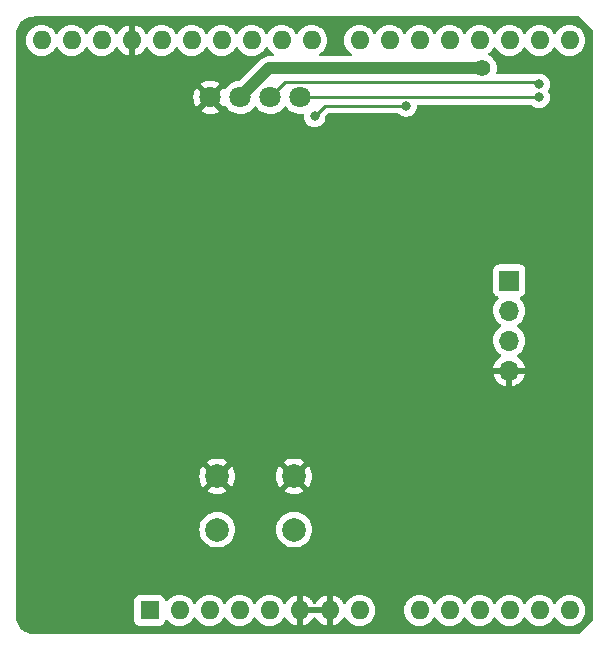
<source format=gbr>
%TF.GenerationSoftware,KiCad,Pcbnew,(6.0.2)*%
%TF.CreationDate,2022-03-01T12:54:46-05:00*%
%TF.ProjectId,arduino_shield,61726475-696e-46f5-9f73-6869656c642e,A*%
%TF.SameCoordinates,PX8954400PY4e95300*%
%TF.FileFunction,Copper,L2,Bot*%
%TF.FilePolarity,Positive*%
%FSLAX46Y46*%
G04 Gerber Fmt 4.6, Leading zero omitted, Abs format (unit mm)*
G04 Created by KiCad (PCBNEW (6.0.2)) date 2022-03-01 12:54:46*
%MOMM*%
%LPD*%
G01*
G04 APERTURE LIST*
%TA.AperFunction,ComponentPad*%
%ADD10C,1.800000*%
%TD*%
%TA.AperFunction,ComponentPad*%
%ADD11C,2.000000*%
%TD*%
%TA.AperFunction,ComponentPad*%
%ADD12R,1.700000X1.700000*%
%TD*%
%TA.AperFunction,ComponentPad*%
%ADD13O,1.700000X1.700000*%
%TD*%
%TA.AperFunction,ComponentPad*%
%ADD14R,1.600000X1.600000*%
%TD*%
%TA.AperFunction,ComponentPad*%
%ADD15O,1.600000X1.600000*%
%TD*%
%TA.AperFunction,ViaPad*%
%ADD16C,1.400000*%
%TD*%
%TA.AperFunction,ViaPad*%
%ADD17C,0.800000*%
%TD*%
%TA.AperFunction,Conductor*%
%ADD18C,1.000000*%
%TD*%
%TA.AperFunction,Conductor*%
%ADD19C,0.250000*%
%TD*%
G04 APERTURE END LIST*
D10*
%TO.P,DS1,1,GND*%
%TO.N,GND*%
X17940000Y-8300000D03*
%TO.P,DS1,2,VCC*%
%TO.N,+5V*%
X20480000Y-8300000D03*
%TO.P,DS1,3,SCL*%
%TO.N,/I2C_SCL*%
X23020000Y-8300000D03*
%TO.P,DS1,4,SDA*%
%TO.N,/I2C_SDA*%
X25560000Y-8300000D03*
%TD*%
D11*
%TO.P,SW1,1,1*%
%TO.N,GND*%
X25050000Y-40400000D03*
X18550000Y-40400000D03*
%TO.P,SW1,2,2*%
%TO.N,/INPUT*%
X18550000Y-44900000D03*
X25050000Y-44900000D03*
%TD*%
D12*
%TO.P,J1,1,Pin_1*%
%TO.N,+5V*%
X43270000Y-23815000D03*
D13*
%TO.P,J1,2,Pin_2*%
%TO.N,/SENSOR_A*%
X43270000Y-26355000D03*
%TO.P,J1,3,Pin_3*%
%TO.N,/SENSOR_B*%
X43270000Y-28895000D03*
%TO.P,J1,4,Pin_4*%
%TO.N,GND*%
X43270000Y-31435000D03*
%TD*%
D14*
%TO.P,A1,1,NC*%
%TO.N,unconnected-(A1-Pad1)*%
X12825000Y-51740000D03*
D15*
%TO.P,A1,2,IOREF*%
%TO.N,unconnected-(A1-Pad2)*%
X15365000Y-51740000D03*
%TO.P,A1,3,~{RESET}*%
%TO.N,unconnected-(A1-Pad3)*%
X17905000Y-51740000D03*
%TO.P,A1,4,3V3*%
%TO.N,unconnected-(A1-Pad4)*%
X20445000Y-51740000D03*
%TO.P,A1,5,+5V*%
%TO.N,+5V*%
X22985000Y-51740000D03*
%TO.P,A1,6,GND*%
%TO.N,GND*%
X25525000Y-51740000D03*
%TO.P,A1,7,GND*%
X28065000Y-51740000D03*
%TO.P,A1,8,VIN*%
%TO.N,unconnected-(A1-Pad8)*%
X30605000Y-51740000D03*
%TO.P,A1,9,A0*%
%TO.N,unconnected-(A1-Pad9)*%
X35685000Y-51740000D03*
%TO.P,A1,10,A1*%
%TO.N,unconnected-(A1-Pad10)*%
X38225000Y-51740000D03*
%TO.P,A1,11,A2*%
%TO.N,unconnected-(A1-Pad11)*%
X40765000Y-51740000D03*
%TO.P,A1,12,A3*%
%TO.N,unconnected-(A1-Pad12)*%
X43305000Y-51740000D03*
%TO.P,A1,13,SDA/A4*%
%TO.N,/I2C_SDA*%
X45845000Y-51740000D03*
%TO.P,A1,14,SCL/A5*%
%TO.N,/I2C_SCL*%
X48385000Y-51740000D03*
%TO.P,A1,15,D0/RX*%
%TO.N,unconnected-(A1-Pad15)*%
X48385000Y-3480000D03*
%TO.P,A1,16,D1/TX*%
%TO.N,unconnected-(A1-Pad16)*%
X45845000Y-3480000D03*
%TO.P,A1,17,D2*%
%TO.N,/SENSOR_A*%
X43305000Y-3480000D03*
%TO.P,A1,18,D3*%
%TO.N,/SENSOR_B*%
X40765000Y-3480000D03*
%TO.P,A1,19,D4*%
%TO.N,unconnected-(A1-Pad19)*%
X38225000Y-3480000D03*
%TO.P,A1,20,D5*%
%TO.N,/OUTPUT*%
X35685000Y-3480000D03*
%TO.P,A1,21,D6*%
%TO.N,unconnected-(A1-Pad21)*%
X33145000Y-3480000D03*
%TO.P,A1,22,D7*%
%TO.N,unconnected-(A1-Pad22)*%
X30605000Y-3480000D03*
%TO.P,A1,23,D8*%
%TO.N,/INPUT*%
X26545000Y-3480000D03*
%TO.P,A1,24,D9*%
%TO.N,unconnected-(A1-Pad24)*%
X24005000Y-3480000D03*
%TO.P,A1,25,D10*%
%TO.N,unconnected-(A1-Pad25)*%
X21465000Y-3480000D03*
%TO.P,A1,26,D11*%
%TO.N,unconnected-(A1-Pad26)*%
X18925000Y-3480000D03*
%TO.P,A1,27,D12*%
%TO.N,unconnected-(A1-Pad27)*%
X16385000Y-3480000D03*
%TO.P,A1,28,D13*%
%TO.N,unconnected-(A1-Pad28)*%
X13845000Y-3480000D03*
%TO.P,A1,29,GND*%
%TO.N,GND*%
X11305000Y-3480000D03*
%TO.P,A1,30,AREF*%
%TO.N,unconnected-(A1-Pad30)*%
X8765000Y-3480000D03*
%TO.P,A1,31,SDA/A4*%
%TO.N,unconnected-(A1-Pad31)*%
X6225000Y-3480000D03*
%TO.P,A1,32,SCL/A5*%
%TO.N,unconnected-(A1-Pad32)*%
X3685000Y-3480000D03*
%TD*%
D16*
%TO.N,+5V*%
X41000000Y-5825989D03*
D17*
%TO.N,GND*%
X15000000Y-36350000D03*
%TO.N,/I2C_SDA*%
X45800000Y-8300000D03*
%TO.N,/I2C_SCL*%
X45800000Y-7200000D03*
%TO.N,/OUTPUT*%
X26800000Y-9900000D03*
X34551793Y-9024500D03*
%TD*%
D18*
%TO.N,+5V*%
X22954010Y-5825990D02*
X41000000Y-5825989D01*
X20480000Y-8300000D02*
X22954010Y-5825990D01*
D19*
%TO.N,/I2C_SDA*%
X25560000Y-8300000D02*
X45800000Y-8300000D01*
%TO.N,/I2C_SCL*%
X24320000Y-7000000D02*
X45600000Y-7000000D01*
X45600000Y-7000000D02*
X45800000Y-7200000D01*
X23020000Y-8300000D02*
X24320000Y-7000000D01*
%TO.N,/OUTPUT*%
X26800000Y-9900000D02*
X27700000Y-9000000D01*
X27700000Y-9000000D02*
X34527293Y-9000000D01*
X34527293Y-9000000D02*
X34551793Y-9024500D01*
%TD*%
%TA.AperFunction,Conductor*%
%TO.N,GND*%
G36*
X49205511Y-1478002D02*
G01*
X49226485Y-1494905D01*
X50355095Y-2623515D01*
X50389121Y-2685827D01*
X50392000Y-2712610D01*
X50392000Y-52487390D01*
X50371998Y-52555511D01*
X50355095Y-52576485D01*
X49226485Y-53705095D01*
X49164173Y-53739121D01*
X49137390Y-53742000D01*
X3049328Y-53742000D01*
X3029943Y-53740500D01*
X3029661Y-53740456D01*
X3027716Y-53740153D01*
X3015141Y-53738195D01*
X3015139Y-53738195D01*
X3006270Y-53736814D01*
X2997368Y-53737978D01*
X2997366Y-53737978D01*
X2991041Y-53738805D01*
X2965718Y-53739548D01*
X2796657Y-53727457D01*
X2778863Y-53724899D01*
X2687825Y-53705095D01*
X2588460Y-53683479D01*
X2571212Y-53678414D01*
X2388642Y-53610318D01*
X2372290Y-53602851D01*
X2306980Y-53567190D01*
X2201266Y-53509466D01*
X2186152Y-53499752D01*
X2030159Y-53382977D01*
X2016572Y-53371204D01*
X1878796Y-53233428D01*
X1867023Y-53219842D01*
X1775520Y-53097608D01*
X1750248Y-53063848D01*
X1740531Y-53048729D01*
X1740205Y-53048131D01*
X1647149Y-52877710D01*
X1639682Y-52861358D01*
X1571586Y-52678788D01*
X1566520Y-52661538D01*
X1565689Y-52657715D01*
X1550552Y-52588134D01*
X11516500Y-52588134D01*
X11523255Y-52650316D01*
X11574385Y-52786705D01*
X11661739Y-52903261D01*
X11778295Y-52990615D01*
X11914684Y-53041745D01*
X11976866Y-53048500D01*
X13673134Y-53048500D01*
X13735316Y-53041745D01*
X13871705Y-52990615D01*
X13988261Y-52903261D01*
X14075615Y-52786705D01*
X14126745Y-52650316D01*
X14127917Y-52639526D01*
X14128803Y-52637394D01*
X14129425Y-52634778D01*
X14129848Y-52634879D01*
X14155155Y-52573965D01*
X14213517Y-52533537D01*
X14284471Y-52531078D01*
X14345490Y-52567371D01*
X14352489Y-52576031D01*
X14355643Y-52579789D01*
X14358802Y-52584300D01*
X14520700Y-52746198D01*
X14525208Y-52749355D01*
X14525211Y-52749357D01*
X14553833Y-52769398D01*
X14708251Y-52877523D01*
X14713233Y-52879846D01*
X14713238Y-52879849D01*
X14909765Y-52971490D01*
X14915757Y-52974284D01*
X14921065Y-52975706D01*
X14921067Y-52975707D01*
X15131598Y-53032119D01*
X15131600Y-53032119D01*
X15136913Y-53033543D01*
X15365000Y-53053498D01*
X15593087Y-53033543D01*
X15598400Y-53032119D01*
X15598402Y-53032119D01*
X15808933Y-52975707D01*
X15808935Y-52975706D01*
X15814243Y-52974284D01*
X15820235Y-52971490D01*
X16016762Y-52879849D01*
X16016767Y-52879846D01*
X16021749Y-52877523D01*
X16176167Y-52769398D01*
X16204789Y-52749357D01*
X16204792Y-52749355D01*
X16209300Y-52746198D01*
X16371198Y-52584300D01*
X16391357Y-52555511D01*
X16499366Y-52401257D01*
X16502523Y-52396749D01*
X16504846Y-52391767D01*
X16504849Y-52391762D01*
X16520805Y-52357543D01*
X16567722Y-52304258D01*
X16635999Y-52284797D01*
X16703959Y-52305339D01*
X16749195Y-52357543D01*
X16765151Y-52391762D01*
X16765154Y-52391767D01*
X16767477Y-52396749D01*
X16770634Y-52401257D01*
X16878644Y-52555511D01*
X16898802Y-52584300D01*
X17060700Y-52746198D01*
X17065208Y-52749355D01*
X17065211Y-52749357D01*
X17093833Y-52769398D01*
X17248251Y-52877523D01*
X17253233Y-52879846D01*
X17253238Y-52879849D01*
X17449765Y-52971490D01*
X17455757Y-52974284D01*
X17461065Y-52975706D01*
X17461067Y-52975707D01*
X17671598Y-53032119D01*
X17671600Y-53032119D01*
X17676913Y-53033543D01*
X17905000Y-53053498D01*
X18133087Y-53033543D01*
X18138400Y-53032119D01*
X18138402Y-53032119D01*
X18348933Y-52975707D01*
X18348935Y-52975706D01*
X18354243Y-52974284D01*
X18360235Y-52971490D01*
X18556762Y-52879849D01*
X18556767Y-52879846D01*
X18561749Y-52877523D01*
X18716167Y-52769398D01*
X18744789Y-52749357D01*
X18744792Y-52749355D01*
X18749300Y-52746198D01*
X18911198Y-52584300D01*
X18931357Y-52555511D01*
X19039366Y-52401257D01*
X19042523Y-52396749D01*
X19044846Y-52391767D01*
X19044849Y-52391762D01*
X19060805Y-52357543D01*
X19107722Y-52304258D01*
X19175999Y-52284797D01*
X19243959Y-52305339D01*
X19289195Y-52357543D01*
X19305151Y-52391762D01*
X19305154Y-52391767D01*
X19307477Y-52396749D01*
X19310634Y-52401257D01*
X19418644Y-52555511D01*
X19438802Y-52584300D01*
X19600700Y-52746198D01*
X19605208Y-52749355D01*
X19605211Y-52749357D01*
X19633833Y-52769398D01*
X19788251Y-52877523D01*
X19793233Y-52879846D01*
X19793238Y-52879849D01*
X19989765Y-52971490D01*
X19995757Y-52974284D01*
X20001065Y-52975706D01*
X20001067Y-52975707D01*
X20211598Y-53032119D01*
X20211600Y-53032119D01*
X20216913Y-53033543D01*
X20445000Y-53053498D01*
X20673087Y-53033543D01*
X20678400Y-53032119D01*
X20678402Y-53032119D01*
X20888933Y-52975707D01*
X20888935Y-52975706D01*
X20894243Y-52974284D01*
X20900235Y-52971490D01*
X21096762Y-52879849D01*
X21096767Y-52879846D01*
X21101749Y-52877523D01*
X21256167Y-52769398D01*
X21284789Y-52749357D01*
X21284792Y-52749355D01*
X21289300Y-52746198D01*
X21451198Y-52584300D01*
X21471357Y-52555511D01*
X21579366Y-52401257D01*
X21582523Y-52396749D01*
X21584846Y-52391767D01*
X21584849Y-52391762D01*
X21600805Y-52357543D01*
X21647722Y-52304258D01*
X21715999Y-52284797D01*
X21783959Y-52305339D01*
X21829195Y-52357543D01*
X21845151Y-52391762D01*
X21845154Y-52391767D01*
X21847477Y-52396749D01*
X21850634Y-52401257D01*
X21958644Y-52555511D01*
X21978802Y-52584300D01*
X22140700Y-52746198D01*
X22145208Y-52749355D01*
X22145211Y-52749357D01*
X22173833Y-52769398D01*
X22328251Y-52877523D01*
X22333233Y-52879846D01*
X22333238Y-52879849D01*
X22529765Y-52971490D01*
X22535757Y-52974284D01*
X22541065Y-52975706D01*
X22541067Y-52975707D01*
X22751598Y-53032119D01*
X22751600Y-53032119D01*
X22756913Y-53033543D01*
X22985000Y-53053498D01*
X23213087Y-53033543D01*
X23218400Y-53032119D01*
X23218402Y-53032119D01*
X23428933Y-52975707D01*
X23428935Y-52975706D01*
X23434243Y-52974284D01*
X23440235Y-52971490D01*
X23636762Y-52879849D01*
X23636767Y-52879846D01*
X23641749Y-52877523D01*
X23796167Y-52769398D01*
X23824789Y-52749357D01*
X23824792Y-52749355D01*
X23829300Y-52746198D01*
X23991198Y-52584300D01*
X24011357Y-52555511D01*
X24119366Y-52401257D01*
X24122523Y-52396749D01*
X24124846Y-52391767D01*
X24124849Y-52391762D01*
X24141081Y-52356951D01*
X24187998Y-52303666D01*
X24256275Y-52284205D01*
X24324235Y-52304747D01*
X24369471Y-52356951D01*
X24385586Y-52391511D01*
X24391069Y-52401007D01*
X24516028Y-52579467D01*
X24523084Y-52587875D01*
X24677125Y-52741916D01*
X24685533Y-52748972D01*
X24863993Y-52873931D01*
X24873489Y-52879414D01*
X25070947Y-52971490D01*
X25081239Y-52975236D01*
X25253503Y-53021394D01*
X25267599Y-53021058D01*
X25271000Y-53013116D01*
X25271000Y-53007967D01*
X25779000Y-53007967D01*
X25782973Y-53021498D01*
X25791522Y-53022727D01*
X25968761Y-52975236D01*
X25979053Y-52971490D01*
X26176511Y-52879414D01*
X26186007Y-52873931D01*
X26364467Y-52748972D01*
X26372875Y-52741916D01*
X26526916Y-52587875D01*
X26533972Y-52579467D01*
X26658931Y-52401007D01*
X26664414Y-52391511D01*
X26680805Y-52356359D01*
X26727722Y-52303074D01*
X26795999Y-52283613D01*
X26863959Y-52304155D01*
X26909195Y-52356359D01*
X26925586Y-52391511D01*
X26931069Y-52401007D01*
X27056028Y-52579467D01*
X27063084Y-52587875D01*
X27217125Y-52741916D01*
X27225533Y-52748972D01*
X27403993Y-52873931D01*
X27413489Y-52879414D01*
X27610947Y-52971490D01*
X27621239Y-52975236D01*
X27793503Y-53021394D01*
X27807599Y-53021058D01*
X27811000Y-53013116D01*
X27811000Y-53007967D01*
X28319000Y-53007967D01*
X28322973Y-53021498D01*
X28331522Y-53022727D01*
X28508761Y-52975236D01*
X28519053Y-52971490D01*
X28716511Y-52879414D01*
X28726007Y-52873931D01*
X28904467Y-52748972D01*
X28912875Y-52741916D01*
X29066916Y-52587875D01*
X29073972Y-52579467D01*
X29198931Y-52401007D01*
X29204414Y-52391511D01*
X29220529Y-52356951D01*
X29267446Y-52303666D01*
X29335723Y-52284205D01*
X29403683Y-52304747D01*
X29448919Y-52356951D01*
X29465151Y-52391762D01*
X29465154Y-52391767D01*
X29467477Y-52396749D01*
X29470634Y-52401257D01*
X29578644Y-52555511D01*
X29598802Y-52584300D01*
X29760700Y-52746198D01*
X29765208Y-52749355D01*
X29765211Y-52749357D01*
X29793833Y-52769398D01*
X29948251Y-52877523D01*
X29953233Y-52879846D01*
X29953238Y-52879849D01*
X30149765Y-52971490D01*
X30155757Y-52974284D01*
X30161065Y-52975706D01*
X30161067Y-52975707D01*
X30371598Y-53032119D01*
X30371600Y-53032119D01*
X30376913Y-53033543D01*
X30605000Y-53053498D01*
X30833087Y-53033543D01*
X30838400Y-53032119D01*
X30838402Y-53032119D01*
X31048933Y-52975707D01*
X31048935Y-52975706D01*
X31054243Y-52974284D01*
X31060235Y-52971490D01*
X31256762Y-52879849D01*
X31256767Y-52879846D01*
X31261749Y-52877523D01*
X31416167Y-52769398D01*
X31444789Y-52749357D01*
X31444792Y-52749355D01*
X31449300Y-52746198D01*
X31611198Y-52584300D01*
X31631357Y-52555511D01*
X31739366Y-52401257D01*
X31742523Y-52396749D01*
X31744846Y-52391767D01*
X31744849Y-52391762D01*
X31836961Y-52194225D01*
X31836961Y-52194224D01*
X31839284Y-52189243D01*
X31887970Y-52007548D01*
X31897119Y-51973402D01*
X31897119Y-51973400D01*
X31898543Y-51968087D01*
X31918498Y-51740000D01*
X34371502Y-51740000D01*
X34391457Y-51968087D01*
X34392881Y-51973400D01*
X34392881Y-51973402D01*
X34402031Y-52007548D01*
X34450716Y-52189243D01*
X34453039Y-52194224D01*
X34453039Y-52194225D01*
X34545151Y-52391762D01*
X34545154Y-52391767D01*
X34547477Y-52396749D01*
X34550634Y-52401257D01*
X34658644Y-52555511D01*
X34678802Y-52584300D01*
X34840700Y-52746198D01*
X34845208Y-52749355D01*
X34845211Y-52749357D01*
X34873833Y-52769398D01*
X35028251Y-52877523D01*
X35033233Y-52879846D01*
X35033238Y-52879849D01*
X35229765Y-52971490D01*
X35235757Y-52974284D01*
X35241065Y-52975706D01*
X35241067Y-52975707D01*
X35451598Y-53032119D01*
X35451600Y-53032119D01*
X35456913Y-53033543D01*
X35685000Y-53053498D01*
X35913087Y-53033543D01*
X35918400Y-53032119D01*
X35918402Y-53032119D01*
X36128933Y-52975707D01*
X36128935Y-52975706D01*
X36134243Y-52974284D01*
X36140235Y-52971490D01*
X36336762Y-52879849D01*
X36336767Y-52879846D01*
X36341749Y-52877523D01*
X36496167Y-52769398D01*
X36524789Y-52749357D01*
X36524792Y-52749355D01*
X36529300Y-52746198D01*
X36691198Y-52584300D01*
X36711357Y-52555511D01*
X36819366Y-52401257D01*
X36822523Y-52396749D01*
X36824846Y-52391767D01*
X36824849Y-52391762D01*
X36840805Y-52357543D01*
X36887722Y-52304258D01*
X36955999Y-52284797D01*
X37023959Y-52305339D01*
X37069195Y-52357543D01*
X37085151Y-52391762D01*
X37085154Y-52391767D01*
X37087477Y-52396749D01*
X37090634Y-52401257D01*
X37198644Y-52555511D01*
X37218802Y-52584300D01*
X37380700Y-52746198D01*
X37385208Y-52749355D01*
X37385211Y-52749357D01*
X37413833Y-52769398D01*
X37568251Y-52877523D01*
X37573233Y-52879846D01*
X37573238Y-52879849D01*
X37769765Y-52971490D01*
X37775757Y-52974284D01*
X37781065Y-52975706D01*
X37781067Y-52975707D01*
X37991598Y-53032119D01*
X37991600Y-53032119D01*
X37996913Y-53033543D01*
X38225000Y-53053498D01*
X38453087Y-53033543D01*
X38458400Y-53032119D01*
X38458402Y-53032119D01*
X38668933Y-52975707D01*
X38668935Y-52975706D01*
X38674243Y-52974284D01*
X38680235Y-52971490D01*
X38876762Y-52879849D01*
X38876767Y-52879846D01*
X38881749Y-52877523D01*
X39036167Y-52769398D01*
X39064789Y-52749357D01*
X39064792Y-52749355D01*
X39069300Y-52746198D01*
X39231198Y-52584300D01*
X39251357Y-52555511D01*
X39359366Y-52401257D01*
X39362523Y-52396749D01*
X39364846Y-52391767D01*
X39364849Y-52391762D01*
X39380805Y-52357543D01*
X39427722Y-52304258D01*
X39495999Y-52284797D01*
X39563959Y-52305339D01*
X39609195Y-52357543D01*
X39625151Y-52391762D01*
X39625154Y-52391767D01*
X39627477Y-52396749D01*
X39630634Y-52401257D01*
X39738644Y-52555511D01*
X39758802Y-52584300D01*
X39920700Y-52746198D01*
X39925208Y-52749355D01*
X39925211Y-52749357D01*
X39953833Y-52769398D01*
X40108251Y-52877523D01*
X40113233Y-52879846D01*
X40113238Y-52879849D01*
X40309765Y-52971490D01*
X40315757Y-52974284D01*
X40321065Y-52975706D01*
X40321067Y-52975707D01*
X40531598Y-53032119D01*
X40531600Y-53032119D01*
X40536913Y-53033543D01*
X40765000Y-53053498D01*
X40993087Y-53033543D01*
X40998400Y-53032119D01*
X40998402Y-53032119D01*
X41208933Y-52975707D01*
X41208935Y-52975706D01*
X41214243Y-52974284D01*
X41220235Y-52971490D01*
X41416762Y-52879849D01*
X41416767Y-52879846D01*
X41421749Y-52877523D01*
X41576167Y-52769398D01*
X41604789Y-52749357D01*
X41604792Y-52749355D01*
X41609300Y-52746198D01*
X41771198Y-52584300D01*
X41791357Y-52555511D01*
X41899366Y-52401257D01*
X41902523Y-52396749D01*
X41904846Y-52391767D01*
X41904849Y-52391762D01*
X41920805Y-52357543D01*
X41967722Y-52304258D01*
X42035999Y-52284797D01*
X42103959Y-52305339D01*
X42149195Y-52357543D01*
X42165151Y-52391762D01*
X42165154Y-52391767D01*
X42167477Y-52396749D01*
X42170634Y-52401257D01*
X42278644Y-52555511D01*
X42298802Y-52584300D01*
X42460700Y-52746198D01*
X42465208Y-52749355D01*
X42465211Y-52749357D01*
X42493833Y-52769398D01*
X42648251Y-52877523D01*
X42653233Y-52879846D01*
X42653238Y-52879849D01*
X42849765Y-52971490D01*
X42855757Y-52974284D01*
X42861065Y-52975706D01*
X42861067Y-52975707D01*
X43071598Y-53032119D01*
X43071600Y-53032119D01*
X43076913Y-53033543D01*
X43305000Y-53053498D01*
X43533087Y-53033543D01*
X43538400Y-53032119D01*
X43538402Y-53032119D01*
X43748933Y-52975707D01*
X43748935Y-52975706D01*
X43754243Y-52974284D01*
X43760235Y-52971490D01*
X43956762Y-52879849D01*
X43956767Y-52879846D01*
X43961749Y-52877523D01*
X44116167Y-52769398D01*
X44144789Y-52749357D01*
X44144792Y-52749355D01*
X44149300Y-52746198D01*
X44311198Y-52584300D01*
X44331357Y-52555511D01*
X44439366Y-52401257D01*
X44442523Y-52396749D01*
X44444846Y-52391767D01*
X44444849Y-52391762D01*
X44460805Y-52357543D01*
X44507722Y-52304258D01*
X44575999Y-52284797D01*
X44643959Y-52305339D01*
X44689195Y-52357543D01*
X44705151Y-52391762D01*
X44705154Y-52391767D01*
X44707477Y-52396749D01*
X44710634Y-52401257D01*
X44818644Y-52555511D01*
X44838802Y-52584300D01*
X45000700Y-52746198D01*
X45005208Y-52749355D01*
X45005211Y-52749357D01*
X45033833Y-52769398D01*
X45188251Y-52877523D01*
X45193233Y-52879846D01*
X45193238Y-52879849D01*
X45389765Y-52971490D01*
X45395757Y-52974284D01*
X45401065Y-52975706D01*
X45401067Y-52975707D01*
X45611598Y-53032119D01*
X45611600Y-53032119D01*
X45616913Y-53033543D01*
X45845000Y-53053498D01*
X46073087Y-53033543D01*
X46078400Y-53032119D01*
X46078402Y-53032119D01*
X46288933Y-52975707D01*
X46288935Y-52975706D01*
X46294243Y-52974284D01*
X46300235Y-52971490D01*
X46496762Y-52879849D01*
X46496767Y-52879846D01*
X46501749Y-52877523D01*
X46656167Y-52769398D01*
X46684789Y-52749357D01*
X46684792Y-52749355D01*
X46689300Y-52746198D01*
X46851198Y-52584300D01*
X46871357Y-52555511D01*
X46979366Y-52401257D01*
X46982523Y-52396749D01*
X46984846Y-52391767D01*
X46984849Y-52391762D01*
X47000805Y-52357543D01*
X47047722Y-52304258D01*
X47115999Y-52284797D01*
X47183959Y-52305339D01*
X47229195Y-52357543D01*
X47245151Y-52391762D01*
X47245154Y-52391767D01*
X47247477Y-52396749D01*
X47250634Y-52401257D01*
X47358644Y-52555511D01*
X47378802Y-52584300D01*
X47540700Y-52746198D01*
X47545208Y-52749355D01*
X47545211Y-52749357D01*
X47573833Y-52769398D01*
X47728251Y-52877523D01*
X47733233Y-52879846D01*
X47733238Y-52879849D01*
X47929765Y-52971490D01*
X47935757Y-52974284D01*
X47941065Y-52975706D01*
X47941067Y-52975707D01*
X48151598Y-53032119D01*
X48151600Y-53032119D01*
X48156913Y-53033543D01*
X48385000Y-53053498D01*
X48613087Y-53033543D01*
X48618400Y-53032119D01*
X48618402Y-53032119D01*
X48828933Y-52975707D01*
X48828935Y-52975706D01*
X48834243Y-52974284D01*
X48840235Y-52971490D01*
X49036762Y-52879849D01*
X49036767Y-52879846D01*
X49041749Y-52877523D01*
X49196167Y-52769398D01*
X49224789Y-52749357D01*
X49224792Y-52749355D01*
X49229300Y-52746198D01*
X49391198Y-52584300D01*
X49411357Y-52555511D01*
X49519366Y-52401257D01*
X49522523Y-52396749D01*
X49524846Y-52391767D01*
X49524849Y-52391762D01*
X49616961Y-52194225D01*
X49616961Y-52194224D01*
X49619284Y-52189243D01*
X49667970Y-52007548D01*
X49677119Y-51973402D01*
X49677119Y-51973400D01*
X49678543Y-51968087D01*
X49698498Y-51740000D01*
X49678543Y-51511913D01*
X49670028Y-51480135D01*
X49620707Y-51296067D01*
X49620706Y-51296065D01*
X49619284Y-51290757D01*
X49565148Y-51174661D01*
X49524849Y-51088238D01*
X49524846Y-51088233D01*
X49522523Y-51083251D01*
X49391198Y-50895700D01*
X49229300Y-50733802D01*
X49224792Y-50730645D01*
X49224789Y-50730643D01*
X49146611Y-50675902D01*
X49041749Y-50602477D01*
X49036767Y-50600154D01*
X49036762Y-50600151D01*
X48839225Y-50508039D01*
X48839224Y-50508039D01*
X48834243Y-50505716D01*
X48828935Y-50504294D01*
X48828933Y-50504293D01*
X48618402Y-50447881D01*
X48618400Y-50447881D01*
X48613087Y-50446457D01*
X48385000Y-50426502D01*
X48156913Y-50446457D01*
X48151600Y-50447881D01*
X48151598Y-50447881D01*
X47941067Y-50504293D01*
X47941065Y-50504294D01*
X47935757Y-50505716D01*
X47930776Y-50508039D01*
X47930775Y-50508039D01*
X47733238Y-50600151D01*
X47733233Y-50600154D01*
X47728251Y-50602477D01*
X47623389Y-50675902D01*
X47545211Y-50730643D01*
X47545208Y-50730645D01*
X47540700Y-50733802D01*
X47378802Y-50895700D01*
X47247477Y-51083251D01*
X47245154Y-51088233D01*
X47245151Y-51088238D01*
X47229195Y-51122457D01*
X47182278Y-51175742D01*
X47114001Y-51195203D01*
X47046041Y-51174661D01*
X47000805Y-51122457D01*
X46984849Y-51088238D01*
X46984846Y-51088233D01*
X46982523Y-51083251D01*
X46851198Y-50895700D01*
X46689300Y-50733802D01*
X46684792Y-50730645D01*
X46684789Y-50730643D01*
X46606611Y-50675902D01*
X46501749Y-50602477D01*
X46496767Y-50600154D01*
X46496762Y-50600151D01*
X46299225Y-50508039D01*
X46299224Y-50508039D01*
X46294243Y-50505716D01*
X46288935Y-50504294D01*
X46288933Y-50504293D01*
X46078402Y-50447881D01*
X46078400Y-50447881D01*
X46073087Y-50446457D01*
X45845000Y-50426502D01*
X45616913Y-50446457D01*
X45611600Y-50447881D01*
X45611598Y-50447881D01*
X45401067Y-50504293D01*
X45401065Y-50504294D01*
X45395757Y-50505716D01*
X45390776Y-50508039D01*
X45390775Y-50508039D01*
X45193238Y-50600151D01*
X45193233Y-50600154D01*
X45188251Y-50602477D01*
X45083389Y-50675902D01*
X45005211Y-50730643D01*
X45005208Y-50730645D01*
X45000700Y-50733802D01*
X44838802Y-50895700D01*
X44707477Y-51083251D01*
X44705154Y-51088233D01*
X44705151Y-51088238D01*
X44689195Y-51122457D01*
X44642278Y-51175742D01*
X44574001Y-51195203D01*
X44506041Y-51174661D01*
X44460805Y-51122457D01*
X44444849Y-51088238D01*
X44444846Y-51088233D01*
X44442523Y-51083251D01*
X44311198Y-50895700D01*
X44149300Y-50733802D01*
X44144792Y-50730645D01*
X44144789Y-50730643D01*
X44066611Y-50675902D01*
X43961749Y-50602477D01*
X43956767Y-50600154D01*
X43956762Y-50600151D01*
X43759225Y-50508039D01*
X43759224Y-50508039D01*
X43754243Y-50505716D01*
X43748935Y-50504294D01*
X43748933Y-50504293D01*
X43538402Y-50447881D01*
X43538400Y-50447881D01*
X43533087Y-50446457D01*
X43305000Y-50426502D01*
X43076913Y-50446457D01*
X43071600Y-50447881D01*
X43071598Y-50447881D01*
X42861067Y-50504293D01*
X42861065Y-50504294D01*
X42855757Y-50505716D01*
X42850776Y-50508039D01*
X42850775Y-50508039D01*
X42653238Y-50600151D01*
X42653233Y-50600154D01*
X42648251Y-50602477D01*
X42543389Y-50675902D01*
X42465211Y-50730643D01*
X42465208Y-50730645D01*
X42460700Y-50733802D01*
X42298802Y-50895700D01*
X42167477Y-51083251D01*
X42165154Y-51088233D01*
X42165151Y-51088238D01*
X42149195Y-51122457D01*
X42102278Y-51175742D01*
X42034001Y-51195203D01*
X41966041Y-51174661D01*
X41920805Y-51122457D01*
X41904849Y-51088238D01*
X41904846Y-51088233D01*
X41902523Y-51083251D01*
X41771198Y-50895700D01*
X41609300Y-50733802D01*
X41604792Y-50730645D01*
X41604789Y-50730643D01*
X41526611Y-50675902D01*
X41421749Y-50602477D01*
X41416767Y-50600154D01*
X41416762Y-50600151D01*
X41219225Y-50508039D01*
X41219224Y-50508039D01*
X41214243Y-50505716D01*
X41208935Y-50504294D01*
X41208933Y-50504293D01*
X40998402Y-50447881D01*
X40998400Y-50447881D01*
X40993087Y-50446457D01*
X40765000Y-50426502D01*
X40536913Y-50446457D01*
X40531600Y-50447881D01*
X40531598Y-50447881D01*
X40321067Y-50504293D01*
X40321065Y-50504294D01*
X40315757Y-50505716D01*
X40310776Y-50508039D01*
X40310775Y-50508039D01*
X40113238Y-50600151D01*
X40113233Y-50600154D01*
X40108251Y-50602477D01*
X40003389Y-50675902D01*
X39925211Y-50730643D01*
X39925208Y-50730645D01*
X39920700Y-50733802D01*
X39758802Y-50895700D01*
X39627477Y-51083251D01*
X39625154Y-51088233D01*
X39625151Y-51088238D01*
X39609195Y-51122457D01*
X39562278Y-51175742D01*
X39494001Y-51195203D01*
X39426041Y-51174661D01*
X39380805Y-51122457D01*
X39364849Y-51088238D01*
X39364846Y-51088233D01*
X39362523Y-51083251D01*
X39231198Y-50895700D01*
X39069300Y-50733802D01*
X39064792Y-50730645D01*
X39064789Y-50730643D01*
X38986611Y-50675902D01*
X38881749Y-50602477D01*
X38876767Y-50600154D01*
X38876762Y-50600151D01*
X38679225Y-50508039D01*
X38679224Y-50508039D01*
X38674243Y-50505716D01*
X38668935Y-50504294D01*
X38668933Y-50504293D01*
X38458402Y-50447881D01*
X38458400Y-50447881D01*
X38453087Y-50446457D01*
X38225000Y-50426502D01*
X37996913Y-50446457D01*
X37991600Y-50447881D01*
X37991598Y-50447881D01*
X37781067Y-50504293D01*
X37781065Y-50504294D01*
X37775757Y-50505716D01*
X37770776Y-50508039D01*
X37770775Y-50508039D01*
X37573238Y-50600151D01*
X37573233Y-50600154D01*
X37568251Y-50602477D01*
X37463389Y-50675902D01*
X37385211Y-50730643D01*
X37385208Y-50730645D01*
X37380700Y-50733802D01*
X37218802Y-50895700D01*
X37087477Y-51083251D01*
X37085154Y-51088233D01*
X37085151Y-51088238D01*
X37069195Y-51122457D01*
X37022278Y-51175742D01*
X36954001Y-51195203D01*
X36886041Y-51174661D01*
X36840805Y-51122457D01*
X36824849Y-51088238D01*
X36824846Y-51088233D01*
X36822523Y-51083251D01*
X36691198Y-50895700D01*
X36529300Y-50733802D01*
X36524792Y-50730645D01*
X36524789Y-50730643D01*
X36446611Y-50675902D01*
X36341749Y-50602477D01*
X36336767Y-50600154D01*
X36336762Y-50600151D01*
X36139225Y-50508039D01*
X36139224Y-50508039D01*
X36134243Y-50505716D01*
X36128935Y-50504294D01*
X36128933Y-50504293D01*
X35918402Y-50447881D01*
X35918400Y-50447881D01*
X35913087Y-50446457D01*
X35685000Y-50426502D01*
X35456913Y-50446457D01*
X35451600Y-50447881D01*
X35451598Y-50447881D01*
X35241067Y-50504293D01*
X35241065Y-50504294D01*
X35235757Y-50505716D01*
X35230776Y-50508039D01*
X35230775Y-50508039D01*
X35033238Y-50600151D01*
X35033233Y-50600154D01*
X35028251Y-50602477D01*
X34923389Y-50675902D01*
X34845211Y-50730643D01*
X34845208Y-50730645D01*
X34840700Y-50733802D01*
X34678802Y-50895700D01*
X34547477Y-51083251D01*
X34545154Y-51088233D01*
X34545151Y-51088238D01*
X34504852Y-51174661D01*
X34450716Y-51290757D01*
X34449294Y-51296065D01*
X34449293Y-51296067D01*
X34399972Y-51480135D01*
X34391457Y-51511913D01*
X34371502Y-51740000D01*
X31918498Y-51740000D01*
X31898543Y-51511913D01*
X31890028Y-51480135D01*
X31840707Y-51296067D01*
X31840706Y-51296065D01*
X31839284Y-51290757D01*
X31785148Y-51174661D01*
X31744849Y-51088238D01*
X31744846Y-51088233D01*
X31742523Y-51083251D01*
X31611198Y-50895700D01*
X31449300Y-50733802D01*
X31444792Y-50730645D01*
X31444789Y-50730643D01*
X31366611Y-50675902D01*
X31261749Y-50602477D01*
X31256767Y-50600154D01*
X31256762Y-50600151D01*
X31059225Y-50508039D01*
X31059224Y-50508039D01*
X31054243Y-50505716D01*
X31048935Y-50504294D01*
X31048933Y-50504293D01*
X30838402Y-50447881D01*
X30838400Y-50447881D01*
X30833087Y-50446457D01*
X30605000Y-50426502D01*
X30376913Y-50446457D01*
X30371600Y-50447881D01*
X30371598Y-50447881D01*
X30161067Y-50504293D01*
X30161065Y-50504294D01*
X30155757Y-50505716D01*
X30150776Y-50508039D01*
X30150775Y-50508039D01*
X29953238Y-50600151D01*
X29953233Y-50600154D01*
X29948251Y-50602477D01*
X29843389Y-50675902D01*
X29765211Y-50730643D01*
X29765208Y-50730645D01*
X29760700Y-50733802D01*
X29598802Y-50895700D01*
X29467477Y-51083251D01*
X29465154Y-51088233D01*
X29465151Y-51088238D01*
X29448919Y-51123049D01*
X29402002Y-51176334D01*
X29333725Y-51195795D01*
X29265765Y-51175253D01*
X29220529Y-51123049D01*
X29204414Y-51088489D01*
X29198931Y-51078993D01*
X29073972Y-50900533D01*
X29066916Y-50892125D01*
X28912875Y-50738084D01*
X28904467Y-50731028D01*
X28726007Y-50606069D01*
X28716511Y-50600586D01*
X28519053Y-50508510D01*
X28508761Y-50504764D01*
X28336497Y-50458606D01*
X28322401Y-50458942D01*
X28319000Y-50466884D01*
X28319000Y-53007967D01*
X27811000Y-53007967D01*
X27811000Y-52012115D01*
X27806525Y-51996876D01*
X27805135Y-51995671D01*
X27797452Y-51994000D01*
X25797115Y-51994000D01*
X25781876Y-51998475D01*
X25780671Y-51999865D01*
X25779000Y-52007548D01*
X25779000Y-53007967D01*
X25271000Y-53007967D01*
X25271000Y-51467885D01*
X25779000Y-51467885D01*
X25783475Y-51483124D01*
X25784865Y-51484329D01*
X25792548Y-51486000D01*
X27792885Y-51486000D01*
X27808124Y-51481525D01*
X27809329Y-51480135D01*
X27811000Y-51472452D01*
X27811000Y-50472033D01*
X27807027Y-50458502D01*
X27798478Y-50457273D01*
X27621239Y-50504764D01*
X27610947Y-50508510D01*
X27413489Y-50600586D01*
X27403993Y-50606069D01*
X27225533Y-50731028D01*
X27217125Y-50738084D01*
X27063084Y-50892125D01*
X27056028Y-50900533D01*
X26931069Y-51078993D01*
X26925586Y-51088489D01*
X26909195Y-51123641D01*
X26862278Y-51176926D01*
X26794001Y-51196387D01*
X26726041Y-51175845D01*
X26680805Y-51123641D01*
X26664414Y-51088489D01*
X26658931Y-51078993D01*
X26533972Y-50900533D01*
X26526916Y-50892125D01*
X26372875Y-50738084D01*
X26364467Y-50731028D01*
X26186007Y-50606069D01*
X26176511Y-50600586D01*
X25979053Y-50508510D01*
X25968761Y-50504764D01*
X25796497Y-50458606D01*
X25782401Y-50458942D01*
X25779000Y-50466884D01*
X25779000Y-51467885D01*
X25271000Y-51467885D01*
X25271000Y-50472033D01*
X25267027Y-50458502D01*
X25258478Y-50457273D01*
X25081239Y-50504764D01*
X25070947Y-50508510D01*
X24873489Y-50600586D01*
X24863993Y-50606069D01*
X24685533Y-50731028D01*
X24677125Y-50738084D01*
X24523084Y-50892125D01*
X24516028Y-50900533D01*
X24391069Y-51078993D01*
X24385586Y-51088489D01*
X24369471Y-51123049D01*
X24322554Y-51176334D01*
X24254277Y-51195795D01*
X24186317Y-51175253D01*
X24141081Y-51123049D01*
X24124849Y-51088238D01*
X24124846Y-51088233D01*
X24122523Y-51083251D01*
X23991198Y-50895700D01*
X23829300Y-50733802D01*
X23824792Y-50730645D01*
X23824789Y-50730643D01*
X23746611Y-50675902D01*
X23641749Y-50602477D01*
X23636767Y-50600154D01*
X23636762Y-50600151D01*
X23439225Y-50508039D01*
X23439224Y-50508039D01*
X23434243Y-50505716D01*
X23428935Y-50504294D01*
X23428933Y-50504293D01*
X23218402Y-50447881D01*
X23218400Y-50447881D01*
X23213087Y-50446457D01*
X22985000Y-50426502D01*
X22756913Y-50446457D01*
X22751600Y-50447881D01*
X22751598Y-50447881D01*
X22541067Y-50504293D01*
X22541065Y-50504294D01*
X22535757Y-50505716D01*
X22530776Y-50508039D01*
X22530775Y-50508039D01*
X22333238Y-50600151D01*
X22333233Y-50600154D01*
X22328251Y-50602477D01*
X22223389Y-50675902D01*
X22145211Y-50730643D01*
X22145208Y-50730645D01*
X22140700Y-50733802D01*
X21978802Y-50895700D01*
X21847477Y-51083251D01*
X21845154Y-51088233D01*
X21845151Y-51088238D01*
X21829195Y-51122457D01*
X21782278Y-51175742D01*
X21714001Y-51195203D01*
X21646041Y-51174661D01*
X21600805Y-51122457D01*
X21584849Y-51088238D01*
X21584846Y-51088233D01*
X21582523Y-51083251D01*
X21451198Y-50895700D01*
X21289300Y-50733802D01*
X21284792Y-50730645D01*
X21284789Y-50730643D01*
X21206611Y-50675902D01*
X21101749Y-50602477D01*
X21096767Y-50600154D01*
X21096762Y-50600151D01*
X20899225Y-50508039D01*
X20899224Y-50508039D01*
X20894243Y-50505716D01*
X20888935Y-50504294D01*
X20888933Y-50504293D01*
X20678402Y-50447881D01*
X20678400Y-50447881D01*
X20673087Y-50446457D01*
X20445000Y-50426502D01*
X20216913Y-50446457D01*
X20211600Y-50447881D01*
X20211598Y-50447881D01*
X20001067Y-50504293D01*
X20001065Y-50504294D01*
X19995757Y-50505716D01*
X19990776Y-50508039D01*
X19990775Y-50508039D01*
X19793238Y-50600151D01*
X19793233Y-50600154D01*
X19788251Y-50602477D01*
X19683389Y-50675902D01*
X19605211Y-50730643D01*
X19605208Y-50730645D01*
X19600700Y-50733802D01*
X19438802Y-50895700D01*
X19307477Y-51083251D01*
X19305154Y-51088233D01*
X19305151Y-51088238D01*
X19289195Y-51122457D01*
X19242278Y-51175742D01*
X19174001Y-51195203D01*
X19106041Y-51174661D01*
X19060805Y-51122457D01*
X19044849Y-51088238D01*
X19044846Y-51088233D01*
X19042523Y-51083251D01*
X18911198Y-50895700D01*
X18749300Y-50733802D01*
X18744792Y-50730645D01*
X18744789Y-50730643D01*
X18666611Y-50675902D01*
X18561749Y-50602477D01*
X18556767Y-50600154D01*
X18556762Y-50600151D01*
X18359225Y-50508039D01*
X18359224Y-50508039D01*
X18354243Y-50505716D01*
X18348935Y-50504294D01*
X18348933Y-50504293D01*
X18138402Y-50447881D01*
X18138400Y-50447881D01*
X18133087Y-50446457D01*
X17905000Y-50426502D01*
X17676913Y-50446457D01*
X17671600Y-50447881D01*
X17671598Y-50447881D01*
X17461067Y-50504293D01*
X17461065Y-50504294D01*
X17455757Y-50505716D01*
X17450776Y-50508039D01*
X17450775Y-50508039D01*
X17253238Y-50600151D01*
X17253233Y-50600154D01*
X17248251Y-50602477D01*
X17143389Y-50675902D01*
X17065211Y-50730643D01*
X17065208Y-50730645D01*
X17060700Y-50733802D01*
X16898802Y-50895700D01*
X16767477Y-51083251D01*
X16765154Y-51088233D01*
X16765151Y-51088238D01*
X16749195Y-51122457D01*
X16702278Y-51175742D01*
X16634001Y-51195203D01*
X16566041Y-51174661D01*
X16520805Y-51122457D01*
X16504849Y-51088238D01*
X16504846Y-51088233D01*
X16502523Y-51083251D01*
X16371198Y-50895700D01*
X16209300Y-50733802D01*
X16204792Y-50730645D01*
X16204789Y-50730643D01*
X16126611Y-50675902D01*
X16021749Y-50602477D01*
X16016767Y-50600154D01*
X16016762Y-50600151D01*
X15819225Y-50508039D01*
X15819224Y-50508039D01*
X15814243Y-50505716D01*
X15808935Y-50504294D01*
X15808933Y-50504293D01*
X15598402Y-50447881D01*
X15598400Y-50447881D01*
X15593087Y-50446457D01*
X15365000Y-50426502D01*
X15136913Y-50446457D01*
X15131600Y-50447881D01*
X15131598Y-50447881D01*
X14921067Y-50504293D01*
X14921065Y-50504294D01*
X14915757Y-50505716D01*
X14910776Y-50508039D01*
X14910775Y-50508039D01*
X14713238Y-50600151D01*
X14713233Y-50600154D01*
X14708251Y-50602477D01*
X14603389Y-50675902D01*
X14525211Y-50730643D01*
X14525208Y-50730645D01*
X14520700Y-50733802D01*
X14358802Y-50895700D01*
X14355643Y-50900211D01*
X14352108Y-50904424D01*
X14350974Y-50903473D01*
X14300929Y-50943471D01*
X14230310Y-50950776D01*
X14166951Y-50918742D01*
X14130970Y-50857538D01*
X14127918Y-50840483D01*
X14126745Y-50829684D01*
X14075615Y-50693295D01*
X13988261Y-50576739D01*
X13871705Y-50489385D01*
X13735316Y-50438255D01*
X13673134Y-50431500D01*
X11976866Y-50431500D01*
X11914684Y-50438255D01*
X11778295Y-50489385D01*
X11661739Y-50576739D01*
X11574385Y-50693295D01*
X11523255Y-50829684D01*
X11516500Y-50891866D01*
X11516500Y-52588134D01*
X1550552Y-52588134D01*
X1525101Y-52471137D01*
X1522543Y-52453342D01*
X1510959Y-52291371D01*
X1511703Y-52273467D01*
X1511805Y-52265142D01*
X1513186Y-52256270D01*
X1510727Y-52237461D01*
X1509064Y-52224749D01*
X1508000Y-52208411D01*
X1508000Y-44900000D01*
X17036835Y-44900000D01*
X17055465Y-45136711D01*
X17110895Y-45367594D01*
X17201760Y-45586963D01*
X17204346Y-45591183D01*
X17323241Y-45785202D01*
X17323245Y-45785208D01*
X17325824Y-45789416D01*
X17480031Y-45969969D01*
X17660584Y-46124176D01*
X17664792Y-46126755D01*
X17664798Y-46126759D01*
X17858817Y-46245654D01*
X17863037Y-46248240D01*
X17867607Y-46250133D01*
X17867611Y-46250135D01*
X18077833Y-46337211D01*
X18082406Y-46339105D01*
X18162609Y-46358360D01*
X18308476Y-46393380D01*
X18308482Y-46393381D01*
X18313289Y-46394535D01*
X18550000Y-46413165D01*
X18786711Y-46394535D01*
X18791518Y-46393381D01*
X18791524Y-46393380D01*
X18937391Y-46358360D01*
X19017594Y-46339105D01*
X19022167Y-46337211D01*
X19232389Y-46250135D01*
X19232393Y-46250133D01*
X19236963Y-46248240D01*
X19241183Y-46245654D01*
X19435202Y-46126759D01*
X19435208Y-46126755D01*
X19439416Y-46124176D01*
X19619969Y-45969969D01*
X19774176Y-45789416D01*
X19776755Y-45785208D01*
X19776759Y-45785202D01*
X19895654Y-45591183D01*
X19898240Y-45586963D01*
X19989105Y-45367594D01*
X20044535Y-45136711D01*
X20063165Y-44900000D01*
X23536835Y-44900000D01*
X23555465Y-45136711D01*
X23610895Y-45367594D01*
X23701760Y-45586963D01*
X23704346Y-45591183D01*
X23823241Y-45785202D01*
X23823245Y-45785208D01*
X23825824Y-45789416D01*
X23980031Y-45969969D01*
X24160584Y-46124176D01*
X24164792Y-46126755D01*
X24164798Y-46126759D01*
X24358817Y-46245654D01*
X24363037Y-46248240D01*
X24367607Y-46250133D01*
X24367611Y-46250135D01*
X24577833Y-46337211D01*
X24582406Y-46339105D01*
X24662609Y-46358360D01*
X24808476Y-46393380D01*
X24808482Y-46393381D01*
X24813289Y-46394535D01*
X25050000Y-46413165D01*
X25286711Y-46394535D01*
X25291518Y-46393381D01*
X25291524Y-46393380D01*
X25437391Y-46358360D01*
X25517594Y-46339105D01*
X25522167Y-46337211D01*
X25732389Y-46250135D01*
X25732393Y-46250133D01*
X25736963Y-46248240D01*
X25741183Y-46245654D01*
X25935202Y-46126759D01*
X25935208Y-46126755D01*
X25939416Y-46124176D01*
X26119969Y-45969969D01*
X26274176Y-45789416D01*
X26276755Y-45785208D01*
X26276759Y-45785202D01*
X26395654Y-45591183D01*
X26398240Y-45586963D01*
X26489105Y-45367594D01*
X26544535Y-45136711D01*
X26563165Y-44900000D01*
X26544535Y-44663289D01*
X26489105Y-44432406D01*
X26398240Y-44213037D01*
X26395654Y-44208817D01*
X26276759Y-44014798D01*
X26276755Y-44014792D01*
X26274176Y-44010584D01*
X26119969Y-43830031D01*
X25939416Y-43675824D01*
X25935208Y-43673245D01*
X25935202Y-43673241D01*
X25741183Y-43554346D01*
X25736963Y-43551760D01*
X25732393Y-43549867D01*
X25732389Y-43549865D01*
X25522167Y-43462789D01*
X25522165Y-43462788D01*
X25517594Y-43460895D01*
X25437391Y-43441640D01*
X25291524Y-43406620D01*
X25291518Y-43406619D01*
X25286711Y-43405465D01*
X25050000Y-43386835D01*
X24813289Y-43405465D01*
X24808482Y-43406619D01*
X24808476Y-43406620D01*
X24662609Y-43441640D01*
X24582406Y-43460895D01*
X24577835Y-43462788D01*
X24577833Y-43462789D01*
X24367611Y-43549865D01*
X24367607Y-43549867D01*
X24363037Y-43551760D01*
X24358817Y-43554346D01*
X24164798Y-43673241D01*
X24164792Y-43673245D01*
X24160584Y-43675824D01*
X23980031Y-43830031D01*
X23825824Y-44010584D01*
X23823245Y-44014792D01*
X23823241Y-44014798D01*
X23704346Y-44208817D01*
X23701760Y-44213037D01*
X23610895Y-44432406D01*
X23555465Y-44663289D01*
X23536835Y-44900000D01*
X20063165Y-44900000D01*
X20044535Y-44663289D01*
X19989105Y-44432406D01*
X19898240Y-44213037D01*
X19895654Y-44208817D01*
X19776759Y-44014798D01*
X19776755Y-44014792D01*
X19774176Y-44010584D01*
X19619969Y-43830031D01*
X19439416Y-43675824D01*
X19435208Y-43673245D01*
X19435202Y-43673241D01*
X19241183Y-43554346D01*
X19236963Y-43551760D01*
X19232393Y-43549867D01*
X19232389Y-43549865D01*
X19022167Y-43462789D01*
X19022165Y-43462788D01*
X19017594Y-43460895D01*
X18937391Y-43441640D01*
X18791524Y-43406620D01*
X18791518Y-43406619D01*
X18786711Y-43405465D01*
X18550000Y-43386835D01*
X18313289Y-43405465D01*
X18308482Y-43406619D01*
X18308476Y-43406620D01*
X18162609Y-43441640D01*
X18082406Y-43460895D01*
X18077835Y-43462788D01*
X18077833Y-43462789D01*
X17867611Y-43549865D01*
X17867607Y-43549867D01*
X17863037Y-43551760D01*
X17858817Y-43554346D01*
X17664798Y-43673241D01*
X17664792Y-43673245D01*
X17660584Y-43675824D01*
X17480031Y-43830031D01*
X17325824Y-44010584D01*
X17323245Y-44014792D01*
X17323241Y-44014798D01*
X17204346Y-44208817D01*
X17201760Y-44213037D01*
X17110895Y-44432406D01*
X17055465Y-44663289D01*
X17036835Y-44900000D01*
X1508000Y-44900000D01*
X1508000Y-41632670D01*
X17682160Y-41632670D01*
X17687887Y-41640320D01*
X17859042Y-41745205D01*
X17867837Y-41749687D01*
X18077988Y-41836734D01*
X18087373Y-41839783D01*
X18308554Y-41892885D01*
X18318301Y-41894428D01*
X18545070Y-41912275D01*
X18554930Y-41912275D01*
X18781699Y-41894428D01*
X18791446Y-41892885D01*
X19012627Y-41839783D01*
X19022012Y-41836734D01*
X19232163Y-41749687D01*
X19240958Y-41745205D01*
X19408445Y-41642568D01*
X19417400Y-41632670D01*
X24182160Y-41632670D01*
X24187887Y-41640320D01*
X24359042Y-41745205D01*
X24367837Y-41749687D01*
X24577988Y-41836734D01*
X24587373Y-41839783D01*
X24808554Y-41892885D01*
X24818301Y-41894428D01*
X25045070Y-41912275D01*
X25054930Y-41912275D01*
X25281699Y-41894428D01*
X25291446Y-41892885D01*
X25512627Y-41839783D01*
X25522012Y-41836734D01*
X25732163Y-41749687D01*
X25740958Y-41745205D01*
X25908445Y-41642568D01*
X25917907Y-41632110D01*
X25914124Y-41623334D01*
X25062812Y-40772022D01*
X25048868Y-40764408D01*
X25047035Y-40764539D01*
X25040420Y-40768790D01*
X24188920Y-41620290D01*
X24182160Y-41632670D01*
X19417400Y-41632670D01*
X19417907Y-41632110D01*
X19414124Y-41623334D01*
X18562812Y-40772022D01*
X18548868Y-40764408D01*
X18547035Y-40764539D01*
X18540420Y-40768790D01*
X17688920Y-41620290D01*
X17682160Y-41632670D01*
X1508000Y-41632670D01*
X1508000Y-40404930D01*
X17037725Y-40404930D01*
X17055572Y-40631699D01*
X17057115Y-40641446D01*
X17110217Y-40862627D01*
X17113266Y-40872012D01*
X17200313Y-41082163D01*
X17204795Y-41090958D01*
X17307432Y-41258445D01*
X17317890Y-41267907D01*
X17326666Y-41264124D01*
X18177978Y-40412812D01*
X18184356Y-40401132D01*
X18914408Y-40401132D01*
X18914539Y-40402965D01*
X18918790Y-40409580D01*
X19770290Y-41261080D01*
X19782670Y-41267840D01*
X19790320Y-41262113D01*
X19895205Y-41090958D01*
X19899687Y-41082163D01*
X19986734Y-40872012D01*
X19989783Y-40862627D01*
X20042885Y-40641446D01*
X20044428Y-40631699D01*
X20062275Y-40404930D01*
X23537725Y-40404930D01*
X23555572Y-40631699D01*
X23557115Y-40641446D01*
X23610217Y-40862627D01*
X23613266Y-40872012D01*
X23700313Y-41082163D01*
X23704795Y-41090958D01*
X23807432Y-41258445D01*
X23817890Y-41267907D01*
X23826666Y-41264124D01*
X24677978Y-40412812D01*
X24684356Y-40401132D01*
X25414408Y-40401132D01*
X25414539Y-40402965D01*
X25418790Y-40409580D01*
X26270290Y-41261080D01*
X26282670Y-41267840D01*
X26290320Y-41262113D01*
X26395205Y-41090958D01*
X26399687Y-41082163D01*
X26486734Y-40872012D01*
X26489783Y-40862627D01*
X26542885Y-40641446D01*
X26544428Y-40631699D01*
X26562275Y-40404930D01*
X26562275Y-40395070D01*
X26544428Y-40168301D01*
X26542885Y-40158554D01*
X26489783Y-39937373D01*
X26486734Y-39927988D01*
X26399687Y-39717837D01*
X26395205Y-39709042D01*
X26292568Y-39541555D01*
X26282110Y-39532093D01*
X26273334Y-39535876D01*
X25422022Y-40387188D01*
X25414408Y-40401132D01*
X24684356Y-40401132D01*
X24685592Y-40398868D01*
X24685461Y-40397035D01*
X24681210Y-40390420D01*
X23829710Y-39538920D01*
X23817330Y-39532160D01*
X23809680Y-39537887D01*
X23704795Y-39709042D01*
X23700313Y-39717837D01*
X23613266Y-39927988D01*
X23610217Y-39937373D01*
X23557115Y-40158554D01*
X23555572Y-40168301D01*
X23537725Y-40395070D01*
X23537725Y-40404930D01*
X20062275Y-40404930D01*
X20062275Y-40395070D01*
X20044428Y-40168301D01*
X20042885Y-40158554D01*
X19989783Y-39937373D01*
X19986734Y-39927988D01*
X19899687Y-39717837D01*
X19895205Y-39709042D01*
X19792568Y-39541555D01*
X19782110Y-39532093D01*
X19773334Y-39535876D01*
X18922022Y-40387188D01*
X18914408Y-40401132D01*
X18184356Y-40401132D01*
X18185592Y-40398868D01*
X18185461Y-40397035D01*
X18181210Y-40390420D01*
X17329710Y-39538920D01*
X17317330Y-39532160D01*
X17309680Y-39537887D01*
X17204795Y-39709042D01*
X17200313Y-39717837D01*
X17113266Y-39927988D01*
X17110217Y-39937373D01*
X17057115Y-40158554D01*
X17055572Y-40168301D01*
X17037725Y-40395070D01*
X17037725Y-40404930D01*
X1508000Y-40404930D01*
X1508000Y-39167890D01*
X17682093Y-39167890D01*
X17685876Y-39176666D01*
X18537188Y-40027978D01*
X18551132Y-40035592D01*
X18552965Y-40035461D01*
X18559580Y-40031210D01*
X19411080Y-39179710D01*
X19417534Y-39167890D01*
X24182093Y-39167890D01*
X24185876Y-39176666D01*
X25037188Y-40027978D01*
X25051132Y-40035592D01*
X25052965Y-40035461D01*
X25059580Y-40031210D01*
X25911080Y-39179710D01*
X25917840Y-39167330D01*
X25912113Y-39159680D01*
X25740958Y-39054795D01*
X25732163Y-39050313D01*
X25522012Y-38963266D01*
X25512627Y-38960217D01*
X25291446Y-38907115D01*
X25281699Y-38905572D01*
X25054930Y-38887725D01*
X25045070Y-38887725D01*
X24818301Y-38905572D01*
X24808554Y-38907115D01*
X24587373Y-38960217D01*
X24577988Y-38963266D01*
X24367837Y-39050313D01*
X24359042Y-39054795D01*
X24191555Y-39157432D01*
X24182093Y-39167890D01*
X19417534Y-39167890D01*
X19417840Y-39167330D01*
X19412113Y-39159680D01*
X19240958Y-39054795D01*
X19232163Y-39050313D01*
X19022012Y-38963266D01*
X19012627Y-38960217D01*
X18791446Y-38907115D01*
X18781699Y-38905572D01*
X18554930Y-38887725D01*
X18545070Y-38887725D01*
X18318301Y-38905572D01*
X18308554Y-38907115D01*
X18087373Y-38960217D01*
X18077988Y-38963266D01*
X17867837Y-39050313D01*
X17859042Y-39054795D01*
X17691555Y-39157432D01*
X17682093Y-39167890D01*
X1508000Y-39167890D01*
X1508000Y-31702966D01*
X41938257Y-31702966D01*
X41968565Y-31837446D01*
X41971645Y-31847275D01*
X42051770Y-32044603D01*
X42056413Y-32053794D01*
X42167694Y-32235388D01*
X42173777Y-32243699D01*
X42313213Y-32404667D01*
X42320580Y-32411883D01*
X42484434Y-32547916D01*
X42492881Y-32553831D01*
X42676756Y-32661279D01*
X42686042Y-32665729D01*
X42885001Y-32741703D01*
X42894899Y-32744579D01*
X42998250Y-32765606D01*
X43012299Y-32764410D01*
X43016000Y-32754065D01*
X43016000Y-32753517D01*
X43524000Y-32753517D01*
X43528064Y-32767359D01*
X43541478Y-32769393D01*
X43548184Y-32768534D01*
X43558262Y-32766392D01*
X43762255Y-32705191D01*
X43771842Y-32701433D01*
X43963095Y-32607739D01*
X43971945Y-32602464D01*
X44145328Y-32478792D01*
X44153200Y-32472139D01*
X44304052Y-32321812D01*
X44310730Y-32313965D01*
X44435003Y-32141020D01*
X44440313Y-32132183D01*
X44534670Y-31941267D01*
X44538469Y-31931672D01*
X44600377Y-31727910D01*
X44602555Y-31717837D01*
X44603986Y-31706962D01*
X44601775Y-31692778D01*
X44588617Y-31689000D01*
X43542115Y-31689000D01*
X43526876Y-31693475D01*
X43525671Y-31694865D01*
X43524000Y-31702548D01*
X43524000Y-32753517D01*
X43016000Y-32753517D01*
X43016000Y-31707115D01*
X43011525Y-31691876D01*
X43010135Y-31690671D01*
X43002452Y-31689000D01*
X41953225Y-31689000D01*
X41939694Y-31692973D01*
X41938257Y-31702966D01*
X1508000Y-31702966D01*
X1508000Y-28861695D01*
X41907251Y-28861695D01*
X41907548Y-28866848D01*
X41907548Y-28866851D01*
X41913011Y-28961590D01*
X41920110Y-29084715D01*
X41921247Y-29089761D01*
X41921248Y-29089767D01*
X41941119Y-29177939D01*
X41969222Y-29302639D01*
X42053266Y-29509616D01*
X42169987Y-29700088D01*
X42316250Y-29868938D01*
X42488126Y-30011632D01*
X42561955Y-30054774D01*
X42610679Y-30106412D01*
X42623750Y-30176195D01*
X42597019Y-30241967D01*
X42556562Y-30275327D01*
X42548457Y-30279546D01*
X42539738Y-30285036D01*
X42369433Y-30412905D01*
X42361726Y-30419748D01*
X42214590Y-30573717D01*
X42208104Y-30581727D01*
X42088098Y-30757649D01*
X42083000Y-30766623D01*
X41993338Y-30959783D01*
X41989775Y-30969470D01*
X41934389Y-31169183D01*
X41935912Y-31177607D01*
X41948292Y-31181000D01*
X44588344Y-31181000D01*
X44601875Y-31177027D01*
X44603180Y-31167947D01*
X44561214Y-31000875D01*
X44557894Y-30991124D01*
X44472972Y-30795814D01*
X44468105Y-30786739D01*
X44352426Y-30607926D01*
X44346136Y-30599757D01*
X44202806Y-30442240D01*
X44195273Y-30435215D01*
X44028139Y-30303222D01*
X44019556Y-30297520D01*
X43982602Y-30277120D01*
X43932631Y-30226687D01*
X43917859Y-30157245D01*
X43942975Y-30090839D01*
X43970327Y-30064232D01*
X43993797Y-30047491D01*
X44149860Y-29936173D01*
X44308096Y-29778489D01*
X44367594Y-29695689D01*
X44435435Y-29601277D01*
X44438453Y-29597077D01*
X44537430Y-29396811D01*
X44602370Y-29183069D01*
X44631529Y-28961590D01*
X44633156Y-28895000D01*
X44614852Y-28672361D01*
X44560431Y-28455702D01*
X44471354Y-28250840D01*
X44350014Y-28063277D01*
X44199670Y-27898051D01*
X44195619Y-27894852D01*
X44195615Y-27894848D01*
X44028414Y-27762800D01*
X44028410Y-27762798D01*
X44024359Y-27759598D01*
X43983053Y-27736796D01*
X43933084Y-27686364D01*
X43918312Y-27616921D01*
X43943428Y-27550516D01*
X43970780Y-27523909D01*
X44014603Y-27492650D01*
X44149860Y-27396173D01*
X44308096Y-27238489D01*
X44367594Y-27155689D01*
X44435435Y-27061277D01*
X44438453Y-27057077D01*
X44537430Y-26856811D01*
X44602370Y-26643069D01*
X44631529Y-26421590D01*
X44633156Y-26355000D01*
X44614852Y-26132361D01*
X44560431Y-25915702D01*
X44471354Y-25710840D01*
X44350014Y-25523277D01*
X44346532Y-25519450D01*
X44202798Y-25361488D01*
X44171746Y-25297642D01*
X44180141Y-25227143D01*
X44225317Y-25172375D01*
X44251761Y-25158706D01*
X44358297Y-25118767D01*
X44366705Y-25115615D01*
X44483261Y-25028261D01*
X44570615Y-24911705D01*
X44621745Y-24775316D01*
X44628500Y-24713134D01*
X44628500Y-22916866D01*
X44621745Y-22854684D01*
X44570615Y-22718295D01*
X44483261Y-22601739D01*
X44366705Y-22514385D01*
X44230316Y-22463255D01*
X44168134Y-22456500D01*
X42371866Y-22456500D01*
X42309684Y-22463255D01*
X42173295Y-22514385D01*
X42056739Y-22601739D01*
X41969385Y-22718295D01*
X41918255Y-22854684D01*
X41911500Y-22916866D01*
X41911500Y-24713134D01*
X41918255Y-24775316D01*
X41969385Y-24911705D01*
X42056739Y-25028261D01*
X42173295Y-25115615D01*
X42181704Y-25118767D01*
X42181705Y-25118768D01*
X42290451Y-25159535D01*
X42347216Y-25202176D01*
X42371916Y-25268738D01*
X42356709Y-25338087D01*
X42337316Y-25364568D01*
X42210629Y-25497138D01*
X42084743Y-25681680D01*
X41990688Y-25884305D01*
X41930989Y-26099570D01*
X41907251Y-26321695D01*
X41907548Y-26326848D01*
X41907548Y-26326851D01*
X41913011Y-26421590D01*
X41920110Y-26544715D01*
X41921247Y-26549761D01*
X41921248Y-26549767D01*
X41941119Y-26637939D01*
X41969222Y-26762639D01*
X42053266Y-26969616D01*
X42169987Y-27160088D01*
X42316250Y-27328938D01*
X42488126Y-27471632D01*
X42558595Y-27512811D01*
X42561445Y-27514476D01*
X42610169Y-27566114D01*
X42623240Y-27635897D01*
X42596509Y-27701669D01*
X42556055Y-27735027D01*
X42543607Y-27741507D01*
X42539474Y-27744610D01*
X42539471Y-27744612D01*
X42515247Y-27762800D01*
X42364965Y-27875635D01*
X42210629Y-28037138D01*
X42084743Y-28221680D01*
X41990688Y-28424305D01*
X41930989Y-28639570D01*
X41907251Y-28861695D01*
X1508000Y-28861695D01*
X1508000Y-9461406D01*
X17143423Y-9461406D01*
X17148704Y-9468461D01*
X17325080Y-9571527D01*
X17334363Y-9575974D01*
X17541003Y-9654883D01*
X17550901Y-9657759D01*
X17767653Y-9701857D01*
X17777883Y-9703076D01*
X17998914Y-9711182D01*
X18009223Y-9710714D01*
X18228623Y-9682608D01*
X18238688Y-9680468D01*
X18450557Y-9616905D01*
X18460152Y-9613144D01*
X18658778Y-9515838D01*
X18667636Y-9510559D01*
X18725097Y-9469572D01*
X18733497Y-9458874D01*
X18726510Y-9445721D01*
X17952811Y-8672021D01*
X17938868Y-8664408D01*
X17937034Y-8664539D01*
X17930420Y-8668790D01*
X17150180Y-9449031D01*
X17143423Y-9461406D01*
X1508000Y-9461406D01*
X1508000Y-8270638D01*
X16527893Y-8270638D01*
X16540627Y-8491468D01*
X16542061Y-8501670D01*
X16590685Y-8717439D01*
X16593773Y-8727292D01*
X16676986Y-8932220D01*
X16681634Y-8941421D01*
X16770097Y-9085781D01*
X16780553Y-9095242D01*
X16789331Y-9091458D01*
X17567979Y-8312811D01*
X17575592Y-8298868D01*
X17575461Y-8297034D01*
X17571210Y-8290420D01*
X16793862Y-7513073D01*
X16782330Y-7506776D01*
X16770048Y-7516399D01*
X16714467Y-7597877D01*
X16709379Y-7606833D01*
X16616252Y-7807459D01*
X16612689Y-7817146D01*
X16553581Y-8030280D01*
X16551650Y-8040400D01*
X16528145Y-8260349D01*
X16527893Y-8270638D01*
X1508000Y-8270638D01*
X1508000Y-7140711D01*
X17145508Y-7140711D01*
X17152251Y-7153040D01*
X17927189Y-7927979D01*
X17941132Y-7935592D01*
X17942966Y-7935461D01*
X17949580Y-7931210D01*
X18728994Y-7151795D01*
X18736011Y-7138944D01*
X18728237Y-7128274D01*
X18725902Y-7126430D01*
X18717320Y-7120729D01*
X18523678Y-7013833D01*
X18514272Y-7009606D01*
X18305772Y-6935772D01*
X18295809Y-6933140D01*
X18078047Y-6894350D01*
X18067796Y-6893381D01*
X17846616Y-6890679D01*
X17836332Y-6891399D01*
X17617693Y-6924855D01*
X17607666Y-6927244D01*
X17397426Y-6995961D01*
X17387916Y-6999958D01*
X17191725Y-7102089D01*
X17183007Y-7107578D01*
X17153961Y-7129386D01*
X17145508Y-7140711D01*
X1508000Y-7140711D01*
X1508000Y-3480000D01*
X2371502Y-3480000D01*
X2391457Y-3708087D01*
X2450716Y-3929243D01*
X2453039Y-3934224D01*
X2453039Y-3934225D01*
X2545151Y-4131762D01*
X2545154Y-4131767D01*
X2547477Y-4136749D01*
X2678802Y-4324300D01*
X2840700Y-4486198D01*
X2845208Y-4489355D01*
X2845217Y-4489361D01*
X3028251Y-4617523D01*
X3033233Y-4619846D01*
X3033238Y-4619849D01*
X3229765Y-4711490D01*
X3235757Y-4714284D01*
X3241065Y-4715706D01*
X3241067Y-4715707D01*
X3451598Y-4772119D01*
X3451600Y-4772119D01*
X3456913Y-4773543D01*
X3685000Y-4793498D01*
X3913087Y-4773543D01*
X3918400Y-4772119D01*
X3918402Y-4772119D01*
X4128933Y-4715707D01*
X4128935Y-4715706D01*
X4134243Y-4714284D01*
X4140235Y-4711490D01*
X4336762Y-4619849D01*
X4336767Y-4619846D01*
X4341749Y-4617523D01*
X4524783Y-4489361D01*
X4524792Y-4489355D01*
X4529300Y-4486198D01*
X4691198Y-4324300D01*
X4822523Y-4136749D01*
X4824846Y-4131767D01*
X4824849Y-4131762D01*
X4840805Y-4097543D01*
X4887722Y-4044258D01*
X4955999Y-4024797D01*
X5023959Y-4045339D01*
X5069195Y-4097543D01*
X5085151Y-4131762D01*
X5085154Y-4131767D01*
X5087477Y-4136749D01*
X5218802Y-4324300D01*
X5380700Y-4486198D01*
X5385208Y-4489355D01*
X5385217Y-4489361D01*
X5568251Y-4617523D01*
X5573233Y-4619846D01*
X5573238Y-4619849D01*
X5769765Y-4711490D01*
X5775757Y-4714284D01*
X5781065Y-4715706D01*
X5781067Y-4715707D01*
X5991598Y-4772119D01*
X5991600Y-4772119D01*
X5996913Y-4773543D01*
X6225000Y-4793498D01*
X6453087Y-4773543D01*
X6458400Y-4772119D01*
X6458402Y-4772119D01*
X6668933Y-4715707D01*
X6668935Y-4715706D01*
X6674243Y-4714284D01*
X6680235Y-4711490D01*
X6876762Y-4619849D01*
X6876767Y-4619846D01*
X6881749Y-4617523D01*
X7064783Y-4489361D01*
X7064792Y-4489355D01*
X7069300Y-4486198D01*
X7231198Y-4324300D01*
X7362523Y-4136749D01*
X7364846Y-4131767D01*
X7364849Y-4131762D01*
X7380805Y-4097543D01*
X7427722Y-4044258D01*
X7495999Y-4024797D01*
X7563959Y-4045339D01*
X7609195Y-4097543D01*
X7625151Y-4131762D01*
X7625154Y-4131767D01*
X7627477Y-4136749D01*
X7758802Y-4324300D01*
X7920700Y-4486198D01*
X7925208Y-4489355D01*
X7925217Y-4489361D01*
X8108251Y-4617523D01*
X8113233Y-4619846D01*
X8113238Y-4619849D01*
X8309765Y-4711490D01*
X8315757Y-4714284D01*
X8321065Y-4715706D01*
X8321067Y-4715707D01*
X8531598Y-4772119D01*
X8531600Y-4772119D01*
X8536913Y-4773543D01*
X8765000Y-4793498D01*
X8993087Y-4773543D01*
X8998400Y-4772119D01*
X8998402Y-4772119D01*
X9208933Y-4715707D01*
X9208935Y-4715706D01*
X9214243Y-4714284D01*
X9220235Y-4711490D01*
X9416762Y-4619849D01*
X9416767Y-4619846D01*
X9421749Y-4617523D01*
X9604783Y-4489361D01*
X9604792Y-4489355D01*
X9609300Y-4486198D01*
X9771198Y-4324300D01*
X9902523Y-4136749D01*
X9904846Y-4131767D01*
X9904849Y-4131762D01*
X9921081Y-4096951D01*
X9967998Y-4043666D01*
X10036275Y-4024205D01*
X10104235Y-4044747D01*
X10149471Y-4096951D01*
X10165586Y-4131511D01*
X10171069Y-4141007D01*
X10296028Y-4319467D01*
X10303084Y-4327875D01*
X10457125Y-4481916D01*
X10465533Y-4488972D01*
X10643993Y-4613931D01*
X10653489Y-4619414D01*
X10850947Y-4711490D01*
X10861239Y-4715236D01*
X11033503Y-4761394D01*
X11047599Y-4761058D01*
X11051000Y-4753116D01*
X11051000Y-4747967D01*
X11559000Y-4747967D01*
X11562973Y-4761498D01*
X11571522Y-4762727D01*
X11748761Y-4715236D01*
X11759053Y-4711490D01*
X11956511Y-4619414D01*
X11966007Y-4613931D01*
X12144467Y-4488972D01*
X12152875Y-4481916D01*
X12306916Y-4327875D01*
X12313972Y-4319467D01*
X12438931Y-4141007D01*
X12444414Y-4131511D01*
X12460529Y-4096951D01*
X12507446Y-4043666D01*
X12575723Y-4024205D01*
X12643683Y-4044747D01*
X12688919Y-4096951D01*
X12705151Y-4131762D01*
X12705154Y-4131767D01*
X12707477Y-4136749D01*
X12838802Y-4324300D01*
X13000700Y-4486198D01*
X13005208Y-4489355D01*
X13005217Y-4489361D01*
X13188251Y-4617523D01*
X13193233Y-4619846D01*
X13193238Y-4619849D01*
X13389765Y-4711490D01*
X13395757Y-4714284D01*
X13401065Y-4715706D01*
X13401067Y-4715707D01*
X13611598Y-4772119D01*
X13611600Y-4772119D01*
X13616913Y-4773543D01*
X13845000Y-4793498D01*
X14073087Y-4773543D01*
X14078400Y-4772119D01*
X14078402Y-4772119D01*
X14288933Y-4715707D01*
X14288935Y-4715706D01*
X14294243Y-4714284D01*
X14300235Y-4711490D01*
X14496762Y-4619849D01*
X14496767Y-4619846D01*
X14501749Y-4617523D01*
X14684783Y-4489361D01*
X14684792Y-4489355D01*
X14689300Y-4486198D01*
X14851198Y-4324300D01*
X14982523Y-4136749D01*
X14984846Y-4131767D01*
X14984849Y-4131762D01*
X15000805Y-4097543D01*
X15047722Y-4044258D01*
X15115999Y-4024797D01*
X15183959Y-4045339D01*
X15229195Y-4097543D01*
X15245151Y-4131762D01*
X15245154Y-4131767D01*
X15247477Y-4136749D01*
X15378802Y-4324300D01*
X15540700Y-4486198D01*
X15545208Y-4489355D01*
X15545217Y-4489361D01*
X15728251Y-4617523D01*
X15733233Y-4619846D01*
X15733238Y-4619849D01*
X15929765Y-4711490D01*
X15935757Y-4714284D01*
X15941065Y-4715706D01*
X15941067Y-4715707D01*
X16151598Y-4772119D01*
X16151600Y-4772119D01*
X16156913Y-4773543D01*
X16385000Y-4793498D01*
X16613087Y-4773543D01*
X16618400Y-4772119D01*
X16618402Y-4772119D01*
X16828933Y-4715707D01*
X16828935Y-4715706D01*
X16834243Y-4714284D01*
X16840235Y-4711490D01*
X17036762Y-4619849D01*
X17036767Y-4619846D01*
X17041749Y-4617523D01*
X17224783Y-4489361D01*
X17224792Y-4489355D01*
X17229300Y-4486198D01*
X17391198Y-4324300D01*
X17522523Y-4136749D01*
X17524846Y-4131767D01*
X17524849Y-4131762D01*
X17540805Y-4097543D01*
X17587722Y-4044258D01*
X17655999Y-4024797D01*
X17723959Y-4045339D01*
X17769195Y-4097543D01*
X17785151Y-4131762D01*
X17785154Y-4131767D01*
X17787477Y-4136749D01*
X17918802Y-4324300D01*
X18080700Y-4486198D01*
X18085208Y-4489355D01*
X18085217Y-4489361D01*
X18268251Y-4617523D01*
X18273233Y-4619846D01*
X18273238Y-4619849D01*
X18469765Y-4711490D01*
X18475757Y-4714284D01*
X18481065Y-4715706D01*
X18481067Y-4715707D01*
X18691598Y-4772119D01*
X18691600Y-4772119D01*
X18696913Y-4773543D01*
X18925000Y-4793498D01*
X19153087Y-4773543D01*
X19158400Y-4772119D01*
X19158402Y-4772119D01*
X19368933Y-4715707D01*
X19368935Y-4715706D01*
X19374243Y-4714284D01*
X19380235Y-4711490D01*
X19576762Y-4619849D01*
X19576767Y-4619846D01*
X19581749Y-4617523D01*
X19764783Y-4489361D01*
X19764792Y-4489355D01*
X19769300Y-4486198D01*
X19931198Y-4324300D01*
X20062523Y-4136749D01*
X20064846Y-4131767D01*
X20064849Y-4131762D01*
X20080805Y-4097543D01*
X20127722Y-4044258D01*
X20195999Y-4024797D01*
X20263959Y-4045339D01*
X20309195Y-4097543D01*
X20325151Y-4131762D01*
X20325154Y-4131767D01*
X20327477Y-4136749D01*
X20458802Y-4324300D01*
X20620700Y-4486198D01*
X20625208Y-4489355D01*
X20625217Y-4489361D01*
X20808251Y-4617523D01*
X20813233Y-4619846D01*
X20813238Y-4619849D01*
X21009765Y-4711490D01*
X21015757Y-4714284D01*
X21021065Y-4715706D01*
X21021067Y-4715707D01*
X21231598Y-4772119D01*
X21231600Y-4772119D01*
X21236913Y-4773543D01*
X21465000Y-4793498D01*
X21693087Y-4773543D01*
X21698400Y-4772119D01*
X21698402Y-4772119D01*
X21908933Y-4715707D01*
X21908935Y-4715706D01*
X21914243Y-4714284D01*
X21920235Y-4711490D01*
X22116762Y-4619849D01*
X22116767Y-4619846D01*
X22121749Y-4617523D01*
X22304783Y-4489361D01*
X22304792Y-4489355D01*
X22309300Y-4486198D01*
X22471198Y-4324300D01*
X22602523Y-4136749D01*
X22604846Y-4131767D01*
X22604849Y-4131762D01*
X22620805Y-4097543D01*
X22667722Y-4044258D01*
X22735999Y-4024797D01*
X22803959Y-4045339D01*
X22849195Y-4097543D01*
X22865151Y-4131762D01*
X22865154Y-4131767D01*
X22867477Y-4136749D01*
X22998802Y-4324300D01*
X23160700Y-4486198D01*
X23165208Y-4489355D01*
X23165211Y-4489357D01*
X23306483Y-4588277D01*
X23350811Y-4643734D01*
X23358120Y-4714354D01*
X23326089Y-4777714D01*
X23264888Y-4813699D01*
X23234212Y-4817490D01*
X23015850Y-4817490D01*
X23002242Y-4816753D01*
X22970746Y-4813331D01*
X22970742Y-4813331D01*
X22964621Y-4812666D01*
X22946621Y-4814241D01*
X22914619Y-4817040D01*
X22909794Y-4817369D01*
X22907323Y-4817490D01*
X22904241Y-4817490D01*
X22881773Y-4819693D01*
X22861499Y-4821681D01*
X22860184Y-4821803D01*
X22827923Y-4824626D01*
X22767597Y-4829903D01*
X22762478Y-4831390D01*
X22757177Y-4831910D01*
X22668143Y-4858791D01*
X22667010Y-4859126D01*
X22583588Y-4883363D01*
X22583584Y-4883365D01*
X22577673Y-4885082D01*
X22572944Y-4887533D01*
X22567841Y-4889074D01*
X22485679Y-4932760D01*
X22484637Y-4933307D01*
X22402084Y-4976098D01*
X22397921Y-4979421D01*
X22393214Y-4981924D01*
X22388440Y-4985818D01*
X22388438Y-4985819D01*
X22321115Y-5040727D01*
X22320170Y-5041490D01*
X22281037Y-5072729D01*
X22278546Y-5075220D01*
X22277819Y-5075870D01*
X22273473Y-5079582D01*
X22254598Y-5094977D01*
X22239948Y-5106925D01*
X22236025Y-5111667D01*
X22236023Y-5111669D01*
X22210713Y-5142263D01*
X22202723Y-5151043D01*
X20500202Y-6853564D01*
X20437890Y-6887590D01*
X20409570Y-6890460D01*
X20395067Y-6890283D01*
X20386581Y-6890179D01*
X20386579Y-6890179D01*
X20381411Y-6890116D01*
X20152464Y-6925150D01*
X19932314Y-6997106D01*
X19927726Y-6999494D01*
X19927722Y-6999496D01*
X19731461Y-7101663D01*
X19726872Y-7104052D01*
X19722739Y-7107155D01*
X19722736Y-7107157D01*
X19545790Y-7240012D01*
X19541655Y-7243117D01*
X19381639Y-7410564D01*
X19378728Y-7414832D01*
X19314002Y-7509716D01*
X19259090Y-7554718D01*
X19188565Y-7562889D01*
X19124819Y-7531634D01*
X19114979Y-7519994D01*
X19098538Y-7505835D01*
X19088973Y-7510238D01*
X18312021Y-8287189D01*
X18304408Y-8301132D01*
X18304539Y-8302966D01*
X18308790Y-8309580D01*
X19086307Y-9087096D01*
X19098313Y-9093652D01*
X19124948Y-9073304D01*
X19125827Y-9074454D01*
X19162672Y-9045734D01*
X19233376Y-9039289D01*
X19296340Y-9072092D01*
X19316432Y-9097074D01*
X19336800Y-9130313D01*
X19336806Y-9130321D01*
X19339501Y-9134719D01*
X19491147Y-9309784D01*
X19669349Y-9457730D01*
X19869322Y-9574584D01*
X20085694Y-9657209D01*
X20090760Y-9658240D01*
X20090761Y-9658240D01*
X20109090Y-9661969D01*
X20312656Y-9703385D01*
X20443324Y-9708176D01*
X20538949Y-9711683D01*
X20538953Y-9711683D01*
X20544113Y-9711872D01*
X20549233Y-9711216D01*
X20549235Y-9711216D01*
X20648785Y-9698463D01*
X20773847Y-9682442D01*
X20778795Y-9680957D01*
X20778802Y-9680956D01*
X20990747Y-9617369D01*
X20995690Y-9615886D01*
X21077161Y-9575974D01*
X21199049Y-9516262D01*
X21199052Y-9516260D01*
X21203684Y-9513991D01*
X21392243Y-9379494D01*
X21556303Y-9216005D01*
X21559317Y-9211811D01*
X21559326Y-9211800D01*
X21646960Y-9089844D01*
X21702954Y-9046196D01*
X21773658Y-9039750D01*
X21836622Y-9072553D01*
X21856715Y-9097536D01*
X21876800Y-9130313D01*
X21876806Y-9130321D01*
X21879501Y-9134719D01*
X22031147Y-9309784D01*
X22209349Y-9457730D01*
X22409322Y-9574584D01*
X22625694Y-9657209D01*
X22630760Y-9658240D01*
X22630761Y-9658240D01*
X22649090Y-9661969D01*
X22852656Y-9703385D01*
X22983324Y-9708176D01*
X23078949Y-9711683D01*
X23078953Y-9711683D01*
X23084113Y-9711872D01*
X23089233Y-9711216D01*
X23089235Y-9711216D01*
X23188785Y-9698463D01*
X23313847Y-9682442D01*
X23318795Y-9680957D01*
X23318802Y-9680956D01*
X23530747Y-9617369D01*
X23535690Y-9615886D01*
X23617161Y-9575974D01*
X23739049Y-9516262D01*
X23739052Y-9516260D01*
X23743684Y-9513991D01*
X23932243Y-9379494D01*
X24096303Y-9216005D01*
X24099317Y-9211811D01*
X24099326Y-9211800D01*
X24186960Y-9089844D01*
X24242954Y-9046196D01*
X24313658Y-9039750D01*
X24376622Y-9072553D01*
X24396715Y-9097536D01*
X24416800Y-9130313D01*
X24416806Y-9130321D01*
X24419501Y-9134719D01*
X24571147Y-9309784D01*
X24749349Y-9457730D01*
X24949322Y-9574584D01*
X25165694Y-9657209D01*
X25170760Y-9658240D01*
X25170761Y-9658240D01*
X25189090Y-9661969D01*
X25392656Y-9703385D01*
X25523324Y-9708176D01*
X25618949Y-9711683D01*
X25618953Y-9711683D01*
X25624113Y-9711872D01*
X25752154Y-9695469D01*
X25822262Y-9706653D01*
X25875196Y-9753966D01*
X25894148Y-9822386D01*
X25893473Y-9833615D01*
X25886496Y-9900000D01*
X25906458Y-10089928D01*
X25965473Y-10271556D01*
X26060960Y-10436944D01*
X26188747Y-10578866D01*
X26343248Y-10691118D01*
X26349276Y-10693802D01*
X26349278Y-10693803D01*
X26511681Y-10766109D01*
X26517712Y-10768794D01*
X26611113Y-10788647D01*
X26698056Y-10807128D01*
X26698061Y-10807128D01*
X26704513Y-10808500D01*
X26895487Y-10808500D01*
X26901939Y-10807128D01*
X26901944Y-10807128D01*
X26988888Y-10788647D01*
X27082288Y-10768794D01*
X27088319Y-10766109D01*
X27250722Y-10693803D01*
X27250724Y-10693802D01*
X27256752Y-10691118D01*
X27411253Y-10578866D01*
X27539040Y-10436944D01*
X27634527Y-10271556D01*
X27693542Y-10089928D01*
X27710907Y-9924706D01*
X27737920Y-9859050D01*
X27747122Y-9848782D01*
X27925499Y-9670405D01*
X27987811Y-9636379D01*
X28014594Y-9633500D01*
X33821533Y-9633500D01*
X33889654Y-9653502D01*
X33915169Y-9675189D01*
X33940540Y-9703366D01*
X34095041Y-9815618D01*
X34101069Y-9818302D01*
X34101071Y-9818303D01*
X34192591Y-9859050D01*
X34269505Y-9893294D01*
X34362905Y-9913147D01*
X34449849Y-9931628D01*
X34449854Y-9931628D01*
X34456306Y-9933000D01*
X34647280Y-9933000D01*
X34653732Y-9931628D01*
X34653737Y-9931628D01*
X34740680Y-9913147D01*
X34834081Y-9893294D01*
X34910995Y-9859050D01*
X35002515Y-9818303D01*
X35002517Y-9818302D01*
X35008545Y-9815618D01*
X35163046Y-9703366D01*
X35167468Y-9698455D01*
X35286414Y-9566352D01*
X35286415Y-9566351D01*
X35290833Y-9561444D01*
X35386320Y-9396056D01*
X35445335Y-9214428D01*
X35450131Y-9168794D01*
X35463003Y-9046329D01*
X35490016Y-8980673D01*
X35548238Y-8940043D01*
X35588313Y-8933500D01*
X45091800Y-8933500D01*
X45159921Y-8953502D01*
X45179147Y-8969843D01*
X45179420Y-8969540D01*
X45184332Y-8973963D01*
X45188747Y-8978866D01*
X45206136Y-8991500D01*
X45317696Y-9072553D01*
X45343248Y-9091118D01*
X45349276Y-9093802D01*
X45349278Y-9093803D01*
X45449944Y-9138622D01*
X45517712Y-9168794D01*
X45611112Y-9188647D01*
X45698056Y-9207128D01*
X45698061Y-9207128D01*
X45704513Y-9208500D01*
X45895487Y-9208500D01*
X45901939Y-9207128D01*
X45901944Y-9207128D01*
X45988887Y-9188647D01*
X46082288Y-9168794D01*
X46150056Y-9138622D01*
X46250722Y-9093803D01*
X46250724Y-9093802D01*
X46256752Y-9091118D01*
X46282305Y-9072553D01*
X46312157Y-9050864D01*
X46411253Y-8978866D01*
X46539040Y-8836944D01*
X46634527Y-8671556D01*
X46693542Y-8489928D01*
X46713504Y-8300000D01*
X46693542Y-8110072D01*
X46634527Y-7928444D01*
X46567875Y-7812999D01*
X46551137Y-7744005D01*
X46567875Y-7687000D01*
X46631223Y-7577279D01*
X46631224Y-7577278D01*
X46634527Y-7571556D01*
X46693542Y-7389928D01*
X46713504Y-7200000D01*
X46703213Y-7102089D01*
X46694232Y-7016635D01*
X46694232Y-7016633D01*
X46693542Y-7010072D01*
X46634527Y-6828444D01*
X46539040Y-6663056D01*
X46411253Y-6521134D01*
X46256752Y-6408882D01*
X46250724Y-6406198D01*
X46250722Y-6406197D01*
X46088319Y-6333891D01*
X46088318Y-6333891D01*
X46082288Y-6331206D01*
X45988887Y-6311353D01*
X45901944Y-6292872D01*
X45901939Y-6292872D01*
X45895487Y-6291500D01*
X45704513Y-6291500D01*
X45698061Y-6292872D01*
X45698056Y-6292872D01*
X45611112Y-6311353D01*
X45517712Y-6331206D01*
X45511685Y-6333889D01*
X45511677Y-6333892D01*
X45462905Y-6355607D01*
X45411657Y-6366500D01*
X42270508Y-6366500D01*
X42202387Y-6346498D01*
X42155894Y-6292842D01*
X42145790Y-6222568D01*
X42148801Y-6207889D01*
X42193262Y-6041959D01*
X42193262Y-6041957D01*
X42194686Y-6036644D01*
X42213116Y-5825989D01*
X42194686Y-5615334D01*
X42139956Y-5411079D01*
X42050589Y-5219431D01*
X41929301Y-5046213D01*
X41779776Y-4896688D01*
X41606558Y-4775400D01*
X41601581Y-4773079D01*
X41601572Y-4773074D01*
X41558075Y-4752791D01*
X41504790Y-4705874D01*
X41485330Y-4637596D01*
X41505872Y-4569637D01*
X41539055Y-4535384D01*
X41604789Y-4489357D01*
X41604792Y-4489355D01*
X41609300Y-4486198D01*
X41771198Y-4324300D01*
X41902523Y-4136749D01*
X41904846Y-4131767D01*
X41904849Y-4131762D01*
X41920805Y-4097543D01*
X41967722Y-4044258D01*
X42035999Y-4024797D01*
X42103959Y-4045339D01*
X42149195Y-4097543D01*
X42165151Y-4131762D01*
X42165154Y-4131767D01*
X42167477Y-4136749D01*
X42298802Y-4324300D01*
X42460700Y-4486198D01*
X42465208Y-4489355D01*
X42465217Y-4489361D01*
X42648251Y-4617523D01*
X42653233Y-4619846D01*
X42653238Y-4619849D01*
X42849765Y-4711490D01*
X42855757Y-4714284D01*
X42861065Y-4715706D01*
X42861067Y-4715707D01*
X43071598Y-4772119D01*
X43071600Y-4772119D01*
X43076913Y-4773543D01*
X43305000Y-4793498D01*
X43533087Y-4773543D01*
X43538400Y-4772119D01*
X43538402Y-4772119D01*
X43748933Y-4715707D01*
X43748935Y-4715706D01*
X43754243Y-4714284D01*
X43760235Y-4711490D01*
X43956762Y-4619849D01*
X43956767Y-4619846D01*
X43961749Y-4617523D01*
X44144783Y-4489361D01*
X44144792Y-4489355D01*
X44149300Y-4486198D01*
X44311198Y-4324300D01*
X44442523Y-4136749D01*
X44444846Y-4131767D01*
X44444849Y-4131762D01*
X44460805Y-4097543D01*
X44507722Y-4044258D01*
X44575999Y-4024797D01*
X44643959Y-4045339D01*
X44689195Y-4097543D01*
X44705151Y-4131762D01*
X44705154Y-4131767D01*
X44707477Y-4136749D01*
X44838802Y-4324300D01*
X45000700Y-4486198D01*
X45005208Y-4489355D01*
X45005217Y-4489361D01*
X45188251Y-4617523D01*
X45193233Y-4619846D01*
X45193238Y-4619849D01*
X45389765Y-4711490D01*
X45395757Y-4714284D01*
X45401065Y-4715706D01*
X45401067Y-4715707D01*
X45611598Y-4772119D01*
X45611600Y-4772119D01*
X45616913Y-4773543D01*
X45845000Y-4793498D01*
X46073087Y-4773543D01*
X46078400Y-4772119D01*
X46078402Y-4772119D01*
X46288933Y-4715707D01*
X46288935Y-4715706D01*
X46294243Y-4714284D01*
X46300235Y-4711490D01*
X46496762Y-4619849D01*
X46496767Y-4619846D01*
X46501749Y-4617523D01*
X46684783Y-4489361D01*
X46684792Y-4489355D01*
X46689300Y-4486198D01*
X46851198Y-4324300D01*
X46982523Y-4136749D01*
X46984846Y-4131767D01*
X46984849Y-4131762D01*
X47000805Y-4097543D01*
X47047722Y-4044258D01*
X47115999Y-4024797D01*
X47183959Y-4045339D01*
X47229195Y-4097543D01*
X47245151Y-4131762D01*
X47245154Y-4131767D01*
X47247477Y-4136749D01*
X47378802Y-4324300D01*
X47540700Y-4486198D01*
X47545208Y-4489355D01*
X47545217Y-4489361D01*
X47728251Y-4617523D01*
X47733233Y-4619846D01*
X47733238Y-4619849D01*
X47929765Y-4711490D01*
X47935757Y-4714284D01*
X47941065Y-4715706D01*
X47941067Y-4715707D01*
X48151598Y-4772119D01*
X48151600Y-4772119D01*
X48156913Y-4773543D01*
X48385000Y-4793498D01*
X48613087Y-4773543D01*
X48618400Y-4772119D01*
X48618402Y-4772119D01*
X48828933Y-4715707D01*
X48828935Y-4715706D01*
X48834243Y-4714284D01*
X48840235Y-4711490D01*
X49036762Y-4619849D01*
X49036767Y-4619846D01*
X49041749Y-4617523D01*
X49224783Y-4489361D01*
X49224792Y-4489355D01*
X49229300Y-4486198D01*
X49391198Y-4324300D01*
X49522523Y-4136749D01*
X49524846Y-4131767D01*
X49524849Y-4131762D01*
X49616961Y-3934225D01*
X49616961Y-3934224D01*
X49619284Y-3929243D01*
X49678543Y-3708087D01*
X49698498Y-3480000D01*
X49678543Y-3251913D01*
X49619284Y-3030757D01*
X49588687Y-2965141D01*
X49524849Y-2828238D01*
X49524846Y-2828233D01*
X49522523Y-2823251D01*
X49445051Y-2712610D01*
X49394357Y-2640211D01*
X49394355Y-2640208D01*
X49391198Y-2635700D01*
X49229300Y-2473802D01*
X49224792Y-2470645D01*
X49224789Y-2470643D01*
X49121291Y-2398173D01*
X49041749Y-2342477D01*
X49036767Y-2340154D01*
X49036762Y-2340151D01*
X48839225Y-2248039D01*
X48839224Y-2248039D01*
X48834243Y-2245716D01*
X48828935Y-2244294D01*
X48828933Y-2244293D01*
X48618402Y-2187881D01*
X48618400Y-2187881D01*
X48613087Y-2186457D01*
X48385000Y-2166502D01*
X48156913Y-2186457D01*
X48151600Y-2187881D01*
X48151598Y-2187881D01*
X47941067Y-2244293D01*
X47941065Y-2244294D01*
X47935757Y-2245716D01*
X47930776Y-2248039D01*
X47930775Y-2248039D01*
X47733238Y-2340151D01*
X47733233Y-2340154D01*
X47728251Y-2342477D01*
X47648709Y-2398173D01*
X47545211Y-2470643D01*
X47545208Y-2470645D01*
X47540700Y-2473802D01*
X47378802Y-2635700D01*
X47375645Y-2640208D01*
X47375643Y-2640211D01*
X47324949Y-2712610D01*
X47247477Y-2823251D01*
X47245154Y-2828233D01*
X47245151Y-2828238D01*
X47229195Y-2862457D01*
X47182278Y-2915742D01*
X47114001Y-2935203D01*
X47046041Y-2914661D01*
X47000805Y-2862457D01*
X46984849Y-2828238D01*
X46984846Y-2828233D01*
X46982523Y-2823251D01*
X46905051Y-2712610D01*
X46854357Y-2640211D01*
X46854355Y-2640208D01*
X46851198Y-2635700D01*
X46689300Y-2473802D01*
X46684792Y-2470645D01*
X46684789Y-2470643D01*
X46581291Y-2398173D01*
X46501749Y-2342477D01*
X46496767Y-2340154D01*
X46496762Y-2340151D01*
X46299225Y-2248039D01*
X46299224Y-2248039D01*
X46294243Y-2245716D01*
X46288935Y-2244294D01*
X46288933Y-2244293D01*
X46078402Y-2187881D01*
X46078400Y-2187881D01*
X46073087Y-2186457D01*
X45845000Y-2166502D01*
X45616913Y-2186457D01*
X45611600Y-2187881D01*
X45611598Y-2187881D01*
X45401067Y-2244293D01*
X45401065Y-2244294D01*
X45395757Y-2245716D01*
X45390776Y-2248039D01*
X45390775Y-2248039D01*
X45193238Y-2340151D01*
X45193233Y-2340154D01*
X45188251Y-2342477D01*
X45108709Y-2398173D01*
X45005211Y-2470643D01*
X45005208Y-2470645D01*
X45000700Y-2473802D01*
X44838802Y-2635700D01*
X44835645Y-2640208D01*
X44835643Y-2640211D01*
X44784949Y-2712610D01*
X44707477Y-2823251D01*
X44705154Y-2828233D01*
X44705151Y-2828238D01*
X44689195Y-2862457D01*
X44642278Y-2915742D01*
X44574001Y-2935203D01*
X44506041Y-2914661D01*
X44460805Y-2862457D01*
X44444849Y-2828238D01*
X44444846Y-2828233D01*
X44442523Y-2823251D01*
X44365051Y-2712610D01*
X44314357Y-2640211D01*
X44314355Y-2640208D01*
X44311198Y-2635700D01*
X44149300Y-2473802D01*
X44144792Y-2470645D01*
X44144789Y-2470643D01*
X44041291Y-2398173D01*
X43961749Y-2342477D01*
X43956767Y-2340154D01*
X43956762Y-2340151D01*
X43759225Y-2248039D01*
X43759224Y-2248039D01*
X43754243Y-2245716D01*
X43748935Y-2244294D01*
X43748933Y-2244293D01*
X43538402Y-2187881D01*
X43538400Y-2187881D01*
X43533087Y-2186457D01*
X43305000Y-2166502D01*
X43076913Y-2186457D01*
X43071600Y-2187881D01*
X43071598Y-2187881D01*
X42861067Y-2244293D01*
X42861065Y-2244294D01*
X42855757Y-2245716D01*
X42850776Y-2248039D01*
X42850775Y-2248039D01*
X42653238Y-2340151D01*
X42653233Y-2340154D01*
X42648251Y-2342477D01*
X42568709Y-2398173D01*
X42465211Y-2470643D01*
X42465208Y-2470645D01*
X42460700Y-2473802D01*
X42298802Y-2635700D01*
X42295645Y-2640208D01*
X42295643Y-2640211D01*
X42244949Y-2712610D01*
X42167477Y-2823251D01*
X42165154Y-2828233D01*
X42165151Y-2828238D01*
X42149195Y-2862457D01*
X42102278Y-2915742D01*
X42034001Y-2935203D01*
X41966041Y-2914661D01*
X41920805Y-2862457D01*
X41904849Y-2828238D01*
X41904846Y-2828233D01*
X41902523Y-2823251D01*
X41825051Y-2712610D01*
X41774357Y-2640211D01*
X41774355Y-2640208D01*
X41771198Y-2635700D01*
X41609300Y-2473802D01*
X41604792Y-2470645D01*
X41604789Y-2470643D01*
X41501291Y-2398173D01*
X41421749Y-2342477D01*
X41416767Y-2340154D01*
X41416762Y-2340151D01*
X41219225Y-2248039D01*
X41219224Y-2248039D01*
X41214243Y-2245716D01*
X41208935Y-2244294D01*
X41208933Y-2244293D01*
X40998402Y-2187881D01*
X40998400Y-2187881D01*
X40993087Y-2186457D01*
X40765000Y-2166502D01*
X40536913Y-2186457D01*
X40531600Y-2187881D01*
X40531598Y-2187881D01*
X40321067Y-2244293D01*
X40321065Y-2244294D01*
X40315757Y-2245716D01*
X40310776Y-2248039D01*
X40310775Y-2248039D01*
X40113238Y-2340151D01*
X40113233Y-2340154D01*
X40108251Y-2342477D01*
X40028709Y-2398173D01*
X39925211Y-2470643D01*
X39925208Y-2470645D01*
X39920700Y-2473802D01*
X39758802Y-2635700D01*
X39755645Y-2640208D01*
X39755643Y-2640211D01*
X39704949Y-2712610D01*
X39627477Y-2823251D01*
X39625154Y-2828233D01*
X39625151Y-2828238D01*
X39609195Y-2862457D01*
X39562278Y-2915742D01*
X39494001Y-2935203D01*
X39426041Y-2914661D01*
X39380805Y-2862457D01*
X39364849Y-2828238D01*
X39364846Y-2828233D01*
X39362523Y-2823251D01*
X39285051Y-2712610D01*
X39234357Y-2640211D01*
X39234355Y-2640208D01*
X39231198Y-2635700D01*
X39069300Y-2473802D01*
X39064792Y-2470645D01*
X39064789Y-2470643D01*
X38961291Y-2398173D01*
X38881749Y-2342477D01*
X38876767Y-2340154D01*
X38876762Y-2340151D01*
X38679225Y-2248039D01*
X38679224Y-2248039D01*
X38674243Y-2245716D01*
X38668935Y-2244294D01*
X38668933Y-2244293D01*
X38458402Y-2187881D01*
X38458400Y-2187881D01*
X38453087Y-2186457D01*
X38225000Y-2166502D01*
X37996913Y-2186457D01*
X37991600Y-2187881D01*
X37991598Y-2187881D01*
X37781067Y-2244293D01*
X37781065Y-2244294D01*
X37775757Y-2245716D01*
X37770776Y-2248039D01*
X37770775Y-2248039D01*
X37573238Y-2340151D01*
X37573233Y-2340154D01*
X37568251Y-2342477D01*
X37488709Y-2398173D01*
X37385211Y-2470643D01*
X37385208Y-2470645D01*
X37380700Y-2473802D01*
X37218802Y-2635700D01*
X37215645Y-2640208D01*
X37215643Y-2640211D01*
X37164949Y-2712610D01*
X37087477Y-2823251D01*
X37085154Y-2828233D01*
X37085151Y-2828238D01*
X37069195Y-2862457D01*
X37022278Y-2915742D01*
X36954001Y-2935203D01*
X36886041Y-2914661D01*
X36840805Y-2862457D01*
X36824849Y-2828238D01*
X36824846Y-2828233D01*
X36822523Y-2823251D01*
X36745051Y-2712610D01*
X36694357Y-2640211D01*
X36694355Y-2640208D01*
X36691198Y-2635700D01*
X36529300Y-2473802D01*
X36524792Y-2470645D01*
X36524789Y-2470643D01*
X36421291Y-2398173D01*
X36341749Y-2342477D01*
X36336767Y-2340154D01*
X36336762Y-2340151D01*
X36139225Y-2248039D01*
X36139224Y-2248039D01*
X36134243Y-2245716D01*
X36128935Y-2244294D01*
X36128933Y-2244293D01*
X35918402Y-2187881D01*
X35918400Y-2187881D01*
X35913087Y-2186457D01*
X35685000Y-2166502D01*
X35456913Y-2186457D01*
X35451600Y-2187881D01*
X35451598Y-2187881D01*
X35241067Y-2244293D01*
X35241065Y-2244294D01*
X35235757Y-2245716D01*
X35230776Y-2248039D01*
X35230775Y-2248039D01*
X35033238Y-2340151D01*
X35033233Y-2340154D01*
X35028251Y-2342477D01*
X34948709Y-2398173D01*
X34845211Y-2470643D01*
X34845208Y-2470645D01*
X34840700Y-2473802D01*
X34678802Y-2635700D01*
X34675645Y-2640208D01*
X34675643Y-2640211D01*
X34624949Y-2712610D01*
X34547477Y-2823251D01*
X34545154Y-2828233D01*
X34545151Y-2828238D01*
X34529195Y-2862457D01*
X34482278Y-2915742D01*
X34414001Y-2935203D01*
X34346041Y-2914661D01*
X34300805Y-2862457D01*
X34284849Y-2828238D01*
X34284846Y-2828233D01*
X34282523Y-2823251D01*
X34205051Y-2712610D01*
X34154357Y-2640211D01*
X34154355Y-2640208D01*
X34151198Y-2635700D01*
X33989300Y-2473802D01*
X33984792Y-2470645D01*
X33984789Y-2470643D01*
X33881291Y-2398173D01*
X33801749Y-2342477D01*
X33796767Y-2340154D01*
X33796762Y-2340151D01*
X33599225Y-2248039D01*
X33599224Y-2248039D01*
X33594243Y-2245716D01*
X33588935Y-2244294D01*
X33588933Y-2244293D01*
X33378402Y-2187881D01*
X33378400Y-2187881D01*
X33373087Y-2186457D01*
X33145000Y-2166502D01*
X32916913Y-2186457D01*
X32911600Y-2187881D01*
X32911598Y-2187881D01*
X32701067Y-2244293D01*
X32701065Y-2244294D01*
X32695757Y-2245716D01*
X32690776Y-2248039D01*
X32690775Y-2248039D01*
X32493238Y-2340151D01*
X32493233Y-2340154D01*
X32488251Y-2342477D01*
X32408709Y-2398173D01*
X32305211Y-2470643D01*
X32305208Y-2470645D01*
X32300700Y-2473802D01*
X32138802Y-2635700D01*
X32135645Y-2640208D01*
X32135643Y-2640211D01*
X32084949Y-2712610D01*
X32007477Y-2823251D01*
X32005154Y-2828233D01*
X32005151Y-2828238D01*
X31989195Y-2862457D01*
X31942278Y-2915742D01*
X31874001Y-2935203D01*
X31806041Y-2914661D01*
X31760805Y-2862457D01*
X31744849Y-2828238D01*
X31744846Y-2828233D01*
X31742523Y-2823251D01*
X31665051Y-2712610D01*
X31614357Y-2640211D01*
X31614355Y-2640208D01*
X31611198Y-2635700D01*
X31449300Y-2473802D01*
X31444792Y-2470645D01*
X31444789Y-2470643D01*
X31341291Y-2398173D01*
X31261749Y-2342477D01*
X31256767Y-2340154D01*
X31256762Y-2340151D01*
X31059225Y-2248039D01*
X31059224Y-2248039D01*
X31054243Y-2245716D01*
X31048935Y-2244294D01*
X31048933Y-2244293D01*
X30838402Y-2187881D01*
X30838400Y-2187881D01*
X30833087Y-2186457D01*
X30605000Y-2166502D01*
X30376913Y-2186457D01*
X30371600Y-2187881D01*
X30371598Y-2187881D01*
X30161067Y-2244293D01*
X30161065Y-2244294D01*
X30155757Y-2245716D01*
X30150776Y-2248039D01*
X30150775Y-2248039D01*
X29953238Y-2340151D01*
X29953233Y-2340154D01*
X29948251Y-2342477D01*
X29868709Y-2398173D01*
X29765211Y-2470643D01*
X29765208Y-2470645D01*
X29760700Y-2473802D01*
X29598802Y-2635700D01*
X29595645Y-2640208D01*
X29595643Y-2640211D01*
X29544949Y-2712610D01*
X29467477Y-2823251D01*
X29465154Y-2828233D01*
X29465151Y-2828238D01*
X29401313Y-2965141D01*
X29370716Y-3030757D01*
X29311457Y-3251913D01*
X29291502Y-3480000D01*
X29311457Y-3708087D01*
X29370716Y-3929243D01*
X29373039Y-3934224D01*
X29373039Y-3934225D01*
X29465151Y-4131762D01*
X29465154Y-4131767D01*
X29467477Y-4136749D01*
X29598802Y-4324300D01*
X29760700Y-4486198D01*
X29765208Y-4489355D01*
X29765211Y-4489357D01*
X29906483Y-4588277D01*
X29950811Y-4643734D01*
X29958120Y-4714354D01*
X29926089Y-4777714D01*
X29864888Y-4813699D01*
X29834215Y-4817490D01*
X27315787Y-4817490D01*
X27247667Y-4797488D01*
X27201174Y-4743832D01*
X27191070Y-4673558D01*
X27220564Y-4608978D01*
X27243517Y-4588277D01*
X27384789Y-4489357D01*
X27384792Y-4489355D01*
X27389300Y-4486198D01*
X27551198Y-4324300D01*
X27682523Y-4136749D01*
X27684846Y-4131767D01*
X27684849Y-4131762D01*
X27776961Y-3934225D01*
X27776961Y-3934224D01*
X27779284Y-3929243D01*
X27838543Y-3708087D01*
X27858498Y-3480000D01*
X27838543Y-3251913D01*
X27779284Y-3030757D01*
X27748687Y-2965141D01*
X27684849Y-2828238D01*
X27684846Y-2828233D01*
X27682523Y-2823251D01*
X27605051Y-2712610D01*
X27554357Y-2640211D01*
X27554355Y-2640208D01*
X27551198Y-2635700D01*
X27389300Y-2473802D01*
X27384792Y-2470645D01*
X27384789Y-2470643D01*
X27281291Y-2398173D01*
X27201749Y-2342477D01*
X27196767Y-2340154D01*
X27196762Y-2340151D01*
X26999225Y-2248039D01*
X26999224Y-2248039D01*
X26994243Y-2245716D01*
X26988935Y-2244294D01*
X26988933Y-2244293D01*
X26778402Y-2187881D01*
X26778400Y-2187881D01*
X26773087Y-2186457D01*
X26545000Y-2166502D01*
X26316913Y-2186457D01*
X26311600Y-2187881D01*
X26311598Y-2187881D01*
X26101067Y-2244293D01*
X26101065Y-2244294D01*
X26095757Y-2245716D01*
X26090776Y-2248039D01*
X26090775Y-2248039D01*
X25893238Y-2340151D01*
X25893233Y-2340154D01*
X25888251Y-2342477D01*
X25808709Y-2398173D01*
X25705211Y-2470643D01*
X25705208Y-2470645D01*
X25700700Y-2473802D01*
X25538802Y-2635700D01*
X25535645Y-2640208D01*
X25535643Y-2640211D01*
X25484949Y-2712610D01*
X25407477Y-2823251D01*
X25405154Y-2828233D01*
X25405151Y-2828238D01*
X25389195Y-2862457D01*
X25342278Y-2915742D01*
X25274001Y-2935203D01*
X25206041Y-2914661D01*
X25160805Y-2862457D01*
X25144849Y-2828238D01*
X25144846Y-2828233D01*
X25142523Y-2823251D01*
X25065051Y-2712610D01*
X25014357Y-2640211D01*
X25014355Y-2640208D01*
X25011198Y-2635700D01*
X24849300Y-2473802D01*
X24844792Y-2470645D01*
X24844789Y-2470643D01*
X24741291Y-2398173D01*
X24661749Y-2342477D01*
X24656767Y-2340154D01*
X24656762Y-2340151D01*
X24459225Y-2248039D01*
X24459224Y-2248039D01*
X24454243Y-2245716D01*
X24448935Y-2244294D01*
X24448933Y-2244293D01*
X24238402Y-2187881D01*
X24238400Y-2187881D01*
X24233087Y-2186457D01*
X24005000Y-2166502D01*
X23776913Y-2186457D01*
X23771600Y-2187881D01*
X23771598Y-2187881D01*
X23561067Y-2244293D01*
X23561065Y-2244294D01*
X23555757Y-2245716D01*
X23550776Y-2248039D01*
X23550775Y-2248039D01*
X23353238Y-2340151D01*
X23353233Y-2340154D01*
X23348251Y-2342477D01*
X23268709Y-2398173D01*
X23165211Y-2470643D01*
X23165208Y-2470645D01*
X23160700Y-2473802D01*
X22998802Y-2635700D01*
X22995645Y-2640208D01*
X22995643Y-2640211D01*
X22944949Y-2712610D01*
X22867477Y-2823251D01*
X22865154Y-2828233D01*
X22865151Y-2828238D01*
X22849195Y-2862457D01*
X22802278Y-2915742D01*
X22734001Y-2935203D01*
X22666041Y-2914661D01*
X22620805Y-2862457D01*
X22604849Y-2828238D01*
X22604846Y-2828233D01*
X22602523Y-2823251D01*
X22525051Y-2712610D01*
X22474357Y-2640211D01*
X22474355Y-2640208D01*
X22471198Y-2635700D01*
X22309300Y-2473802D01*
X22304792Y-2470645D01*
X22304789Y-2470643D01*
X22201291Y-2398173D01*
X22121749Y-2342477D01*
X22116767Y-2340154D01*
X22116762Y-2340151D01*
X21919225Y-2248039D01*
X21919224Y-2248039D01*
X21914243Y-2245716D01*
X21908935Y-2244294D01*
X21908933Y-2244293D01*
X21698402Y-2187881D01*
X21698400Y-2187881D01*
X21693087Y-2186457D01*
X21465000Y-2166502D01*
X21236913Y-2186457D01*
X21231600Y-2187881D01*
X21231598Y-2187881D01*
X21021067Y-2244293D01*
X21021065Y-2244294D01*
X21015757Y-2245716D01*
X21010776Y-2248039D01*
X21010775Y-2248039D01*
X20813238Y-2340151D01*
X20813233Y-2340154D01*
X20808251Y-2342477D01*
X20728709Y-2398173D01*
X20625211Y-2470643D01*
X20625208Y-2470645D01*
X20620700Y-2473802D01*
X20458802Y-2635700D01*
X20455645Y-2640208D01*
X20455643Y-2640211D01*
X20404949Y-2712610D01*
X20327477Y-2823251D01*
X20325154Y-2828233D01*
X20325151Y-2828238D01*
X20309195Y-2862457D01*
X20262278Y-2915742D01*
X20194001Y-2935203D01*
X20126041Y-2914661D01*
X20080805Y-2862457D01*
X20064849Y-2828238D01*
X20064846Y-2828233D01*
X20062523Y-2823251D01*
X19985051Y-2712610D01*
X19934357Y-2640211D01*
X19934355Y-2640208D01*
X19931198Y-2635700D01*
X19769300Y-2473802D01*
X19764792Y-2470645D01*
X19764789Y-2470643D01*
X19661291Y-2398173D01*
X19581749Y-2342477D01*
X19576767Y-2340154D01*
X19576762Y-2340151D01*
X19379225Y-2248039D01*
X19379224Y-2248039D01*
X19374243Y-2245716D01*
X19368935Y-2244294D01*
X19368933Y-2244293D01*
X19158402Y-2187881D01*
X19158400Y-2187881D01*
X19153087Y-2186457D01*
X18925000Y-2166502D01*
X18696913Y-2186457D01*
X18691600Y-2187881D01*
X18691598Y-2187881D01*
X18481067Y-2244293D01*
X18481065Y-2244294D01*
X18475757Y-2245716D01*
X18470776Y-2248039D01*
X18470775Y-2248039D01*
X18273238Y-2340151D01*
X18273233Y-2340154D01*
X18268251Y-2342477D01*
X18188709Y-2398173D01*
X18085211Y-2470643D01*
X18085208Y-2470645D01*
X18080700Y-2473802D01*
X17918802Y-2635700D01*
X17915645Y-2640208D01*
X17915643Y-2640211D01*
X17864949Y-2712610D01*
X17787477Y-2823251D01*
X17785154Y-2828233D01*
X17785151Y-2828238D01*
X17769195Y-2862457D01*
X17722278Y-2915742D01*
X17654001Y-2935203D01*
X17586041Y-2914661D01*
X17540805Y-2862457D01*
X17524849Y-2828238D01*
X17524846Y-2828233D01*
X17522523Y-2823251D01*
X17445051Y-2712610D01*
X17394357Y-2640211D01*
X17394355Y-2640208D01*
X17391198Y-2635700D01*
X17229300Y-2473802D01*
X17224792Y-2470645D01*
X17224789Y-2470643D01*
X17121291Y-2398173D01*
X17041749Y-2342477D01*
X17036767Y-2340154D01*
X17036762Y-2340151D01*
X16839225Y-2248039D01*
X16839224Y-2248039D01*
X16834243Y-2245716D01*
X16828935Y-2244294D01*
X16828933Y-2244293D01*
X16618402Y-2187881D01*
X16618400Y-2187881D01*
X16613087Y-2186457D01*
X16385000Y-2166502D01*
X16156913Y-2186457D01*
X16151600Y-2187881D01*
X16151598Y-2187881D01*
X15941067Y-2244293D01*
X15941065Y-2244294D01*
X15935757Y-2245716D01*
X15930776Y-2248039D01*
X15930775Y-2248039D01*
X15733238Y-2340151D01*
X15733233Y-2340154D01*
X15728251Y-2342477D01*
X15648709Y-2398173D01*
X15545211Y-2470643D01*
X15545208Y-2470645D01*
X15540700Y-2473802D01*
X15378802Y-2635700D01*
X15375645Y-2640208D01*
X15375643Y-2640211D01*
X15324949Y-2712610D01*
X15247477Y-2823251D01*
X15245154Y-2828233D01*
X15245151Y-2828238D01*
X15229195Y-2862457D01*
X15182278Y-2915742D01*
X15114001Y-2935203D01*
X15046041Y-2914661D01*
X15000805Y-2862457D01*
X14984849Y-2828238D01*
X14984846Y-2828233D01*
X14982523Y-2823251D01*
X14905051Y-2712610D01*
X14854357Y-2640211D01*
X14854355Y-2640208D01*
X14851198Y-2635700D01*
X14689300Y-2473802D01*
X14684792Y-2470645D01*
X14684789Y-2470643D01*
X14581291Y-2398173D01*
X14501749Y-2342477D01*
X14496767Y-2340154D01*
X14496762Y-2340151D01*
X14299225Y-2248039D01*
X14299224Y-2248039D01*
X14294243Y-2245716D01*
X14288935Y-2244294D01*
X14288933Y-2244293D01*
X14078402Y-2187881D01*
X14078400Y-2187881D01*
X14073087Y-2186457D01*
X13845000Y-2166502D01*
X13616913Y-2186457D01*
X13611600Y-2187881D01*
X13611598Y-2187881D01*
X13401067Y-2244293D01*
X13401065Y-2244294D01*
X13395757Y-2245716D01*
X13390776Y-2248039D01*
X13390775Y-2248039D01*
X13193238Y-2340151D01*
X13193233Y-2340154D01*
X13188251Y-2342477D01*
X13108709Y-2398173D01*
X13005211Y-2470643D01*
X13005208Y-2470645D01*
X13000700Y-2473802D01*
X12838802Y-2635700D01*
X12835645Y-2640208D01*
X12835643Y-2640211D01*
X12784949Y-2712610D01*
X12707477Y-2823251D01*
X12705154Y-2828233D01*
X12705151Y-2828238D01*
X12688919Y-2863049D01*
X12642002Y-2916334D01*
X12573725Y-2935795D01*
X12505765Y-2915253D01*
X12460529Y-2863049D01*
X12444414Y-2828489D01*
X12438931Y-2818993D01*
X12313972Y-2640533D01*
X12306916Y-2632125D01*
X12152875Y-2478084D01*
X12144467Y-2471028D01*
X11966007Y-2346069D01*
X11956511Y-2340586D01*
X11759053Y-2248510D01*
X11748761Y-2244764D01*
X11576497Y-2198606D01*
X11562401Y-2198942D01*
X11559000Y-2206884D01*
X11559000Y-4747967D01*
X11051000Y-4747967D01*
X11051000Y-2212033D01*
X11047027Y-2198502D01*
X11038478Y-2197273D01*
X10861239Y-2244764D01*
X10850947Y-2248510D01*
X10653489Y-2340586D01*
X10643993Y-2346069D01*
X10465533Y-2471028D01*
X10457125Y-2478084D01*
X10303084Y-2632125D01*
X10296028Y-2640533D01*
X10171069Y-2818993D01*
X10165586Y-2828489D01*
X10149471Y-2863049D01*
X10102554Y-2916334D01*
X10034277Y-2935795D01*
X9966317Y-2915253D01*
X9921081Y-2863049D01*
X9904849Y-2828238D01*
X9904846Y-2828233D01*
X9902523Y-2823251D01*
X9825051Y-2712610D01*
X9774357Y-2640211D01*
X9774355Y-2640208D01*
X9771198Y-2635700D01*
X9609300Y-2473802D01*
X9604792Y-2470645D01*
X9604789Y-2470643D01*
X9501291Y-2398173D01*
X9421749Y-2342477D01*
X9416767Y-2340154D01*
X9416762Y-2340151D01*
X9219225Y-2248039D01*
X9219224Y-2248039D01*
X9214243Y-2245716D01*
X9208935Y-2244294D01*
X9208933Y-2244293D01*
X8998402Y-2187881D01*
X8998400Y-2187881D01*
X8993087Y-2186457D01*
X8765000Y-2166502D01*
X8536913Y-2186457D01*
X8531600Y-2187881D01*
X8531598Y-2187881D01*
X8321067Y-2244293D01*
X8321065Y-2244294D01*
X8315757Y-2245716D01*
X8310776Y-2248039D01*
X8310775Y-2248039D01*
X8113238Y-2340151D01*
X8113233Y-2340154D01*
X8108251Y-2342477D01*
X8028709Y-2398173D01*
X7925211Y-2470643D01*
X7925208Y-2470645D01*
X7920700Y-2473802D01*
X7758802Y-2635700D01*
X7755645Y-2640208D01*
X7755643Y-2640211D01*
X7704949Y-2712610D01*
X7627477Y-2823251D01*
X7625154Y-2828233D01*
X7625151Y-2828238D01*
X7609195Y-2862457D01*
X7562278Y-2915742D01*
X7494001Y-2935203D01*
X7426041Y-2914661D01*
X7380805Y-2862457D01*
X7364849Y-2828238D01*
X7364846Y-2828233D01*
X7362523Y-2823251D01*
X7285051Y-2712610D01*
X7234357Y-2640211D01*
X7234355Y-2640208D01*
X7231198Y-2635700D01*
X7069300Y-2473802D01*
X7064792Y-2470645D01*
X7064789Y-2470643D01*
X6961291Y-2398173D01*
X6881749Y-2342477D01*
X6876767Y-2340154D01*
X6876762Y-2340151D01*
X6679225Y-2248039D01*
X6679224Y-2248039D01*
X6674243Y-2245716D01*
X6668935Y-2244294D01*
X6668933Y-2244293D01*
X6458402Y-2187881D01*
X6458400Y-2187881D01*
X6453087Y-2186457D01*
X6225000Y-2166502D01*
X5996913Y-2186457D01*
X5991600Y-2187881D01*
X5991598Y-2187881D01*
X5781067Y-2244293D01*
X5781065Y-2244294D01*
X5775757Y-2245716D01*
X5770776Y-2248039D01*
X5770775Y-2248039D01*
X5573238Y-2340151D01*
X5573233Y-2340154D01*
X5568251Y-2342477D01*
X5488709Y-2398173D01*
X5385211Y-2470643D01*
X5385208Y-2470645D01*
X5380700Y-2473802D01*
X5218802Y-2635700D01*
X5215645Y-2640208D01*
X5215643Y-2640211D01*
X5164949Y-2712610D01*
X5087477Y-2823251D01*
X5085154Y-2828233D01*
X5085151Y-2828238D01*
X5069195Y-2862457D01*
X5022278Y-2915742D01*
X4954001Y-2935203D01*
X4886041Y-2914661D01*
X4840805Y-2862457D01*
X4824849Y-2828238D01*
X4824846Y-2828233D01*
X4822523Y-2823251D01*
X4745051Y-2712610D01*
X4694357Y-2640211D01*
X4694355Y-2640208D01*
X4691198Y-2635700D01*
X4529300Y-2473802D01*
X4524792Y-2470645D01*
X4524789Y-2470643D01*
X4421291Y-2398173D01*
X4341749Y-2342477D01*
X4336767Y-2340154D01*
X4336762Y-2340151D01*
X4139225Y-2248039D01*
X4139224Y-2248039D01*
X4134243Y-2245716D01*
X4128935Y-2244294D01*
X4128933Y-2244293D01*
X3918402Y-2187881D01*
X3918400Y-2187881D01*
X3913087Y-2186457D01*
X3685000Y-2166502D01*
X3456913Y-2186457D01*
X3451600Y-2187881D01*
X3451598Y-2187881D01*
X3241067Y-2244293D01*
X3241065Y-2244294D01*
X3235757Y-2245716D01*
X3230776Y-2248039D01*
X3230775Y-2248039D01*
X3033238Y-2340151D01*
X3033233Y-2340154D01*
X3028251Y-2342477D01*
X2948709Y-2398173D01*
X2845211Y-2470643D01*
X2845208Y-2470645D01*
X2840700Y-2473802D01*
X2678802Y-2635700D01*
X2675645Y-2640208D01*
X2675643Y-2640211D01*
X2624949Y-2712610D01*
X2547477Y-2823251D01*
X2545154Y-2828233D01*
X2545151Y-2828238D01*
X2481313Y-2965141D01*
X2450716Y-3030757D01*
X2391457Y-3251913D01*
X2371502Y-3480000D01*
X1508000Y-3480000D01*
X1508000Y-2999328D01*
X1509500Y-2979943D01*
X1511805Y-2965141D01*
X1511805Y-2965139D01*
X1513186Y-2956270D01*
X1511195Y-2941041D01*
X1510452Y-2915713D01*
X1510528Y-2914661D01*
X1522543Y-2746657D01*
X1525101Y-2728863D01*
X1566520Y-2538462D01*
X1571586Y-2521212D01*
X1639682Y-2338642D01*
X1647149Y-2322290D01*
X1687435Y-2248510D01*
X1740534Y-2151266D01*
X1750248Y-2136152D01*
X1867023Y-1980158D01*
X1878796Y-1966572D01*
X2016572Y-1828796D01*
X2030158Y-1817023D01*
X2076484Y-1782344D01*
X2186152Y-1700248D01*
X2201266Y-1690534D01*
X2306980Y-1632810D01*
X2372290Y-1597149D01*
X2388642Y-1589682D01*
X2571212Y-1521586D01*
X2588460Y-1516521D01*
X2778863Y-1475101D01*
X2796658Y-1472543D01*
X2845557Y-1469046D01*
X2958631Y-1460959D01*
X2976533Y-1461703D01*
X2984858Y-1461805D01*
X2993730Y-1463186D01*
X3002632Y-1462022D01*
X3002635Y-1462022D01*
X3025251Y-1459064D01*
X3041589Y-1458000D01*
X49137390Y-1458000D01*
X49205511Y-1478002D01*
G37*
%TD.AperFunction*%
%TD*%
M02*

</source>
